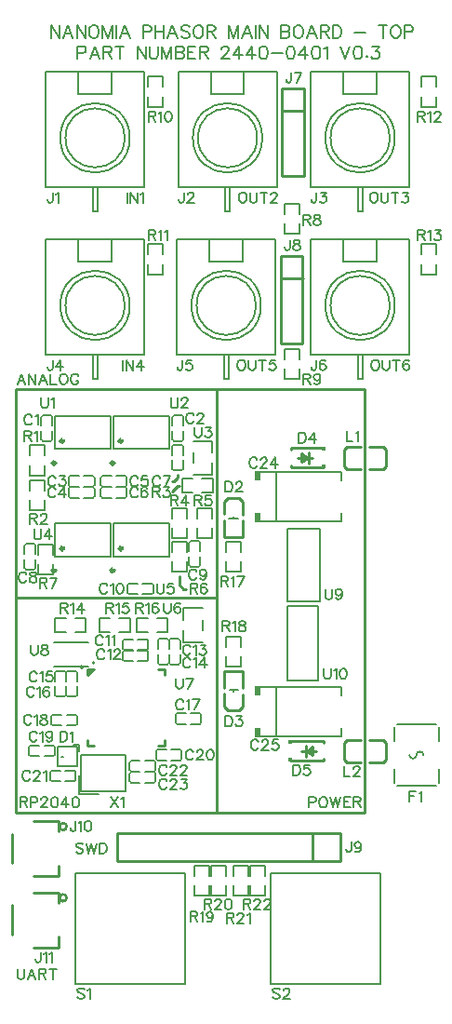
<source format=gto>
G04 Layer: TopSilkscreenLayer*
G04 EasyEDA v6.5.29, 2023-07-19 20:14:37*
G04 41db7a399fb243939f9e48431119433e,5a6b42c53f6a479593ecc07194224c93,10*
G04 Gerber Generator version 0.2*
G04 Scale: 100 percent, Rotated: No, Reflected: No *
G04 Dimensions in millimeters *
G04 leading zeros omitted , absolute positions ,4 integer and 5 decimal *
%FSLAX45Y45*%
%MOMM*%

%ADD10C,0.1524*%
%ADD11C,0.2032*%
%ADD12C,0.2540*%
%ADD13C,0.1520*%
%ADD14C,0.2030*%
%ADD15C,0.1270*%
%ADD16C,0.1999*%
%ADD17C,0.3000*%
%ADD18C,0.2000*%
%ADD19C,0.0106*%

%LPD*%
D10*
X-1795576Y2412237D02*
G01*
X-1795576Y2316734D01*
X-1765604Y2412237D02*
G01*
X-1765604Y2316734D01*
X-1765604Y2412237D02*
G01*
X-1701850Y2316734D01*
X-1701850Y2412237D02*
G01*
X-1701850Y2316734D01*
X-1671878Y2394204D02*
G01*
X-1662988Y2398776D01*
X-1649272Y2412237D01*
X-1649272Y2316734D01*
X-752424Y2412237D02*
G01*
X-761314Y2407665D01*
X-770458Y2398776D01*
X-775030Y2389631D01*
X-779602Y2375915D01*
X-779602Y2353310D01*
X-775030Y2339594D01*
X-770458Y2330450D01*
X-761314Y2321305D01*
X-752424Y2316734D01*
X-734136Y2316734D01*
X-724992Y2321305D01*
X-715848Y2330450D01*
X-711530Y2339594D01*
X-706958Y2353310D01*
X-706958Y2375915D01*
X-711530Y2389631D01*
X-715848Y2398776D01*
X-724992Y2407665D01*
X-734136Y2412237D01*
X-752424Y2412237D01*
X-676986Y2412237D02*
G01*
X-676986Y2344165D01*
X-672414Y2330450D01*
X-663270Y2321305D01*
X-649554Y2316734D01*
X-640410Y2316734D01*
X-626948Y2321305D01*
X-617804Y2330450D01*
X-613232Y2344165D01*
X-613232Y2412237D01*
X-551510Y2412237D02*
G01*
X-551510Y2316734D01*
X-583260Y2412237D02*
G01*
X-519506Y2412237D01*
X-484962Y2389631D02*
G01*
X-484962Y2394204D01*
X-480390Y2403094D01*
X-476072Y2407665D01*
X-466928Y2412237D01*
X-448640Y2412237D01*
X-439496Y2407665D01*
X-435178Y2403094D01*
X-430606Y2394204D01*
X-430606Y2385060D01*
X-435178Y2375915D01*
X-444068Y2362200D01*
X-489534Y2316734D01*
X-426034Y2316734D01*
X441375Y2412237D02*
G01*
X432485Y2407665D01*
X423341Y2398776D01*
X418769Y2389631D01*
X414197Y2375915D01*
X414197Y2353310D01*
X418769Y2339594D01*
X423341Y2330450D01*
X432485Y2321305D01*
X441375Y2316734D01*
X459663Y2316734D01*
X468807Y2321305D01*
X477951Y2330450D01*
X482269Y2339594D01*
X486841Y2353310D01*
X486841Y2375915D01*
X482269Y2389631D01*
X477951Y2398776D01*
X468807Y2407665D01*
X459663Y2412237D01*
X441375Y2412237D01*
X516813Y2412237D02*
G01*
X516813Y2344165D01*
X521385Y2330450D01*
X530529Y2321305D01*
X544245Y2316734D01*
X553389Y2316734D01*
X566851Y2321305D01*
X575995Y2330450D01*
X580567Y2344165D01*
X580567Y2412237D01*
X642289Y2412237D02*
G01*
X642289Y2316734D01*
X610539Y2412237D02*
G01*
X674293Y2412237D01*
X713409Y2412237D02*
G01*
X763193Y2412237D01*
X736015Y2375915D01*
X749731Y2375915D01*
X758621Y2371344D01*
X763193Y2366771D01*
X767765Y2353310D01*
X767765Y2344165D01*
X763193Y2330450D01*
X754303Y2321305D01*
X740587Y2316734D01*
X726871Y2316734D01*
X713409Y2321305D01*
X708837Y2325878D01*
X704265Y2335021D01*
X-1833702Y888237D02*
G01*
X-1833702Y792734D01*
X-1803730Y888237D02*
G01*
X-1803730Y792734D01*
X-1803730Y888237D02*
G01*
X-1739976Y792734D01*
X-1739976Y888237D02*
G01*
X-1739976Y792734D01*
X-1664538Y888237D02*
G01*
X-1710004Y824737D01*
X-1641932Y824737D01*
X-1664538Y888237D02*
G01*
X-1664538Y792734D01*
X-765124Y888237D02*
G01*
X-774014Y883665D01*
X-783158Y874776D01*
X-787730Y865631D01*
X-792302Y851915D01*
X-792302Y829310D01*
X-787730Y815594D01*
X-783158Y806450D01*
X-774014Y797305D01*
X-765124Y792734D01*
X-746836Y792734D01*
X-737692Y797305D01*
X-728548Y806450D01*
X-724230Y815594D01*
X-719658Y829310D01*
X-719658Y851915D01*
X-724230Y865631D01*
X-728548Y874776D01*
X-737692Y883665D01*
X-746836Y888237D01*
X-765124Y888237D01*
X-689686Y888237D02*
G01*
X-689686Y820165D01*
X-685114Y806450D01*
X-675970Y797305D01*
X-662254Y792734D01*
X-653110Y792734D01*
X-639648Y797305D01*
X-630504Y806450D01*
X-625932Y820165D01*
X-625932Y888237D01*
X-564210Y888237D02*
G01*
X-564210Y792734D01*
X-595960Y888237D02*
G01*
X-532206Y888237D01*
X-447878Y888237D02*
G01*
X-493090Y888237D01*
X-497662Y847344D01*
X-493090Y851915D01*
X-479628Y856487D01*
X-465912Y856487D01*
X-452196Y851915D01*
X-443306Y842771D01*
X-438734Y829310D01*
X-438734Y820165D01*
X-443306Y806450D01*
X-452196Y797305D01*
X-465912Y792734D01*
X-479628Y792734D01*
X-493090Y797305D01*
X-497662Y801878D01*
X-502234Y811021D01*
X454075Y888237D02*
G01*
X445185Y883665D01*
X436041Y874776D01*
X431469Y865631D01*
X426897Y851915D01*
X426897Y829310D01*
X431469Y815594D01*
X436041Y806450D01*
X445185Y797305D01*
X454075Y792734D01*
X472363Y792734D01*
X481507Y797305D01*
X490651Y806450D01*
X494969Y815594D01*
X499541Y829310D01*
X499541Y851915D01*
X494969Y865631D01*
X490651Y874776D01*
X481507Y883665D01*
X472363Y888237D01*
X454075Y888237D01*
X529513Y888237D02*
G01*
X529513Y820165D01*
X534085Y806450D01*
X543229Y797305D01*
X556945Y792734D01*
X566089Y792734D01*
X579551Y797305D01*
X588695Y806450D01*
X593267Y820165D01*
X593267Y888237D01*
X654989Y888237D02*
G01*
X654989Y792734D01*
X623239Y888237D02*
G01*
X686993Y888237D01*
X771321Y874776D02*
G01*
X767003Y883665D01*
X753287Y888237D01*
X744143Y888237D01*
X730427Y883665D01*
X721537Y870204D01*
X716965Y847344D01*
X716965Y824737D01*
X721537Y806450D01*
X730427Y797305D01*
X744143Y792734D01*
X748715Y792734D01*
X762431Y797305D01*
X771321Y806450D01*
X775893Y820165D01*
X775893Y824737D01*
X771321Y838200D01*
X762431Y847344D01*
X748715Y851915D01*
X744143Y851915D01*
X730427Y847344D01*
X721537Y838200D01*
X716965Y824737D01*
X-2196843Y-3519632D02*
G01*
X-2205987Y-3510488D01*
X-2219703Y-3505916D01*
X-2237991Y-3505916D01*
X-2251453Y-3510488D01*
X-2260597Y-3519632D01*
X-2260597Y-3528522D01*
X-2256025Y-3537666D01*
X-2251453Y-3542238D01*
X-2242309Y-3546810D01*
X-2215131Y-3555954D01*
X-2205987Y-3560526D01*
X-2201415Y-3565098D01*
X-2196843Y-3573988D01*
X-2196843Y-3587704D01*
X-2205987Y-3596848D01*
X-2219703Y-3601420D01*
X-2237991Y-3601420D01*
X-2251453Y-3596848D01*
X-2260597Y-3587704D01*
X-2166871Y-3505916D02*
G01*
X-2144265Y-3601420D01*
X-2121405Y-3505916D02*
G01*
X-2144265Y-3601420D01*
X-2121405Y-3505916D02*
G01*
X-2098799Y-3601420D01*
X-2075939Y-3505916D02*
G01*
X-2098799Y-3601420D01*
X-2045967Y-3505916D02*
G01*
X-2045967Y-3601420D01*
X-2045967Y-3505916D02*
G01*
X-2014217Y-3505916D01*
X-2000501Y-3510488D01*
X-1991611Y-3519632D01*
X-1987039Y-3528522D01*
X-1982467Y-3542238D01*
X-1982467Y-3565098D01*
X-1987039Y-3578560D01*
X-1991611Y-3587704D01*
X-2000501Y-3596848D01*
X-2014217Y-3601420D01*
X-2045967Y-3601420D01*
X-2793997Y-4648916D02*
G01*
X-2793997Y-4716988D01*
X-2789425Y-4730704D01*
X-2780281Y-4739848D01*
X-2766819Y-4744420D01*
X-2757675Y-4744420D01*
X-2743959Y-4739848D01*
X-2734815Y-4730704D01*
X-2730243Y-4716988D01*
X-2730243Y-4648916D01*
X-2663949Y-4648916D02*
G01*
X-2700271Y-4744420D01*
X-2663949Y-4648916D02*
G01*
X-2627627Y-4744420D01*
X-2686809Y-4712416D02*
G01*
X-2641343Y-4712416D01*
X-2597655Y-4648916D02*
G01*
X-2597655Y-4744420D01*
X-2597655Y-4648916D02*
G01*
X-2556761Y-4648916D01*
X-2543045Y-4653488D01*
X-2538473Y-4658060D01*
X-2533901Y-4666950D01*
X-2533901Y-4676094D01*
X-2538473Y-4685238D01*
X-2543045Y-4689810D01*
X-2556761Y-4694382D01*
X-2597655Y-4694382D01*
X-2565905Y-4694382D02*
G01*
X-2533901Y-4744420D01*
X-2472179Y-4648916D02*
G01*
X-2472179Y-4744420D01*
X-2503929Y-4648916D02*
G01*
X-2440429Y-4648916D01*
X-2768676Y-3086862D02*
G01*
X-2768676Y-3182365D01*
X-2768676Y-3086862D02*
G01*
X-2727782Y-3086862D01*
X-2714066Y-3091434D01*
X-2709494Y-3096005D01*
X-2704922Y-3104895D01*
X-2704922Y-3114039D01*
X-2709494Y-3123184D01*
X-2714066Y-3127755D01*
X-2727782Y-3132328D01*
X-2768676Y-3132328D01*
X-2736672Y-3132328D02*
G01*
X-2704922Y-3182365D01*
X-2674950Y-3086862D02*
G01*
X-2674950Y-3182365D01*
X-2674950Y-3086862D02*
G01*
X-2634056Y-3086862D01*
X-2620340Y-3091434D01*
X-2615768Y-3096005D01*
X-2611450Y-3104895D01*
X-2611450Y-3118612D01*
X-2615768Y-3127755D01*
X-2620340Y-3132328D01*
X-2634056Y-3136900D01*
X-2674950Y-3136900D01*
X-2576906Y-3109468D02*
G01*
X-2576906Y-3104895D01*
X-2572334Y-3096005D01*
X-2567762Y-3091434D01*
X-2558618Y-3086862D01*
X-2540330Y-3086862D01*
X-2531440Y-3091434D01*
X-2526868Y-3096005D01*
X-2522296Y-3104895D01*
X-2522296Y-3114039D01*
X-2526868Y-3123184D01*
X-2535758Y-3136900D01*
X-2581224Y-3182365D01*
X-2517724Y-3182365D01*
X-2460320Y-3086862D02*
G01*
X-2474036Y-3091434D01*
X-2483180Y-3104895D01*
X-2487752Y-3127755D01*
X-2487752Y-3141218D01*
X-2483180Y-3164078D01*
X-2474036Y-3177794D01*
X-2460320Y-3182365D01*
X-2451430Y-3182365D01*
X-2437714Y-3177794D01*
X-2428570Y-3164078D01*
X-2423998Y-3141218D01*
X-2423998Y-3127755D01*
X-2428570Y-3104895D01*
X-2437714Y-3091434D01*
X-2451430Y-3086862D01*
X-2460320Y-3086862D01*
X-2348560Y-3086862D02*
G01*
X-2394026Y-3150362D01*
X-2325954Y-3150362D01*
X-2348560Y-3086862D02*
G01*
X-2348560Y-3182365D01*
X-2268550Y-3086862D02*
G01*
X-2282266Y-3091434D01*
X-2291410Y-3104895D01*
X-2295982Y-3127755D01*
X-2295982Y-3141218D01*
X-2291410Y-3164078D01*
X-2282266Y-3177794D01*
X-2268550Y-3182365D01*
X-2259406Y-3182365D01*
X-2245944Y-3177794D01*
X-2236800Y-3164078D01*
X-2232228Y-3141218D01*
X-2232228Y-3127755D01*
X-2236800Y-3104895D01*
X-2245944Y-3091434D01*
X-2259406Y-3086862D01*
X-2268550Y-3086862D01*
X-139776Y-3086862D02*
G01*
X-139776Y-3182365D01*
X-139776Y-3086862D02*
G01*
X-98882Y-3086862D01*
X-85166Y-3091434D01*
X-80594Y-3096005D01*
X-76022Y-3104895D01*
X-76022Y-3118612D01*
X-80594Y-3127755D01*
X-85166Y-3132328D01*
X-98882Y-3136900D01*
X-139776Y-3136900D01*
X-18872Y-3086862D02*
G01*
X-27762Y-3091434D01*
X-36906Y-3100323D01*
X-41478Y-3109468D01*
X-46050Y-3123184D01*
X-46050Y-3145789D01*
X-41478Y-3159505D01*
X-36906Y-3168650D01*
X-27762Y-3177794D01*
X-18872Y-3182365D01*
X-584Y-3182365D01*
X8559Y-3177794D01*
X17449Y-3168650D01*
X22021Y-3159505D01*
X26593Y-3145789D01*
X26593Y-3123184D01*
X22021Y-3109468D01*
X17449Y-3100323D01*
X8559Y-3091434D01*
X-584Y-3086862D01*
X-18872Y-3086862D01*
X56565Y-3086862D02*
G01*
X79425Y-3182365D01*
X102031Y-3086862D02*
G01*
X79425Y-3182365D01*
X102031Y-3086862D02*
G01*
X124891Y-3182365D01*
X147497Y-3086862D02*
G01*
X124891Y-3182365D01*
X177469Y-3086862D02*
G01*
X177469Y-3182365D01*
X177469Y-3086862D02*
G01*
X236651Y-3086862D01*
X177469Y-3132328D02*
G01*
X214045Y-3132328D01*
X177469Y-3182365D02*
G01*
X236651Y-3182365D01*
X266623Y-3086862D02*
G01*
X266623Y-3182365D01*
X266623Y-3086862D02*
G01*
X307517Y-3086862D01*
X321233Y-3091434D01*
X325805Y-3096005D01*
X330377Y-3104895D01*
X330377Y-3114039D01*
X325805Y-3123184D01*
X321233Y-3127755D01*
X307517Y-3132328D01*
X266623Y-3132328D01*
X298373Y-3132328D02*
G01*
X330377Y-3182365D01*
X-2757754Y761237D02*
G01*
X-2794076Y665734D01*
X-2757754Y761237D02*
G01*
X-2721178Y665734D01*
X-2780360Y697737D02*
G01*
X-2734894Y697737D01*
X-2691206Y761237D02*
G01*
X-2691206Y665734D01*
X-2691206Y761237D02*
G01*
X-2627706Y665734D01*
X-2627706Y761237D02*
G01*
X-2627706Y665734D01*
X-2561158Y761237D02*
G01*
X-2597734Y665734D01*
X-2561158Y761237D02*
G01*
X-2524836Y665734D01*
X-2584018Y697737D02*
G01*
X-2538552Y697737D01*
X-2494864Y761237D02*
G01*
X-2494864Y665734D01*
X-2494864Y665734D02*
G01*
X-2440254Y665734D01*
X-2383104Y761237D02*
G01*
X-2392248Y756665D01*
X-2401392Y747776D01*
X-2405710Y738631D01*
X-2410282Y724915D01*
X-2410282Y702310D01*
X-2405710Y688594D01*
X-2401392Y679450D01*
X-2392248Y670305D01*
X-2383104Y665734D01*
X-2364816Y665734D01*
X-2355926Y670305D01*
X-2346782Y679450D01*
X-2342210Y688594D01*
X-2337638Y702310D01*
X-2337638Y724915D01*
X-2342210Y738631D01*
X-2346782Y747776D01*
X-2355926Y756665D01*
X-2364816Y761237D01*
X-2383104Y761237D01*
X-2239340Y738631D02*
G01*
X-2243912Y747776D01*
X-2253056Y756665D01*
X-2262200Y761237D01*
X-2280488Y761237D01*
X-2289378Y756665D01*
X-2298522Y747776D01*
X-2303094Y738631D01*
X-2307666Y724915D01*
X-2307666Y702310D01*
X-2303094Y688594D01*
X-2298522Y679450D01*
X-2289378Y670305D01*
X-2280488Y665734D01*
X-2262200Y665734D01*
X-2253056Y670305D01*
X-2243912Y679450D01*
X-2239340Y688594D01*
X-2239340Y702310D01*
X-2262200Y702310D02*
G01*
X-2239340Y702310D01*
D11*
X-2489276Y3931157D02*
G01*
X-2489276Y3816604D01*
X-2489276Y3931157D02*
G01*
X-2412822Y3816604D01*
X-2412822Y3931157D02*
G01*
X-2412822Y3816604D01*
X-2333320Y3931157D02*
G01*
X-2376754Y3816604D01*
X-2333320Y3931157D02*
G01*
X-2289632Y3816604D01*
X-2360498Y3854704D02*
G01*
X-2305888Y3854704D01*
X-2253564Y3931157D02*
G01*
X-2253564Y3816604D01*
X-2253564Y3931157D02*
G01*
X-2177110Y3816604D01*
X-2177110Y3931157D02*
G01*
X-2177110Y3816604D01*
X-2108530Y3931157D02*
G01*
X-2119452Y3925570D01*
X-2130374Y3914647D01*
X-2135708Y3903726D01*
X-2141296Y3887470D01*
X-2141296Y3860292D01*
X-2135708Y3843781D01*
X-2130374Y3832860D01*
X-2119452Y3821937D01*
X-2108530Y3816604D01*
X-2086686Y3816604D01*
X-2075764Y3821937D01*
X-2064842Y3832860D01*
X-2059508Y3843781D01*
X-2053920Y3860292D01*
X-2053920Y3887470D01*
X-2059508Y3903726D01*
X-2064842Y3914647D01*
X-2075764Y3925570D01*
X-2086686Y3931157D01*
X-2108530Y3931157D01*
X-2017852Y3931157D02*
G01*
X-2017852Y3816604D01*
X-2017852Y3931157D02*
G01*
X-1974418Y3816604D01*
X-1930730Y3931157D02*
G01*
X-1974418Y3816604D01*
X-1930730Y3931157D02*
G01*
X-1930730Y3816604D01*
X-1894662Y3931157D02*
G01*
X-1894662Y3816604D01*
X-1814906Y3931157D02*
G01*
X-1858594Y3816604D01*
X-1814906Y3931157D02*
G01*
X-1771472Y3816604D01*
X-1842338Y3854704D02*
G01*
X-1787728Y3854704D01*
X-1651330Y3931157D02*
G01*
X-1651330Y3816604D01*
X-1651330Y3931157D02*
G01*
X-1602308Y3931157D01*
X-1586052Y3925570D01*
X-1580464Y3920236D01*
X-1575130Y3909313D01*
X-1575130Y3892804D01*
X-1580464Y3881881D01*
X-1586052Y3876547D01*
X-1602308Y3871213D01*
X-1651330Y3871213D01*
X-1539062Y3931157D02*
G01*
X-1539062Y3816604D01*
X-1462608Y3931157D02*
G01*
X-1462608Y3816604D01*
X-1539062Y3876547D02*
G01*
X-1462608Y3876547D01*
X-1383106Y3931157D02*
G01*
X-1426540Y3816604D01*
X-1383106Y3931157D02*
G01*
X-1339418Y3816604D01*
X-1410284Y3854704D02*
G01*
X-1355674Y3854704D01*
X-1226896Y3914647D02*
G01*
X-1237818Y3925570D01*
X-1254328Y3931157D01*
X-1276172Y3931157D01*
X-1292428Y3925570D01*
X-1303350Y3914647D01*
X-1303350Y3903726D01*
X-1298016Y3892804D01*
X-1292428Y3887470D01*
X-1281506Y3881881D01*
X-1248740Y3871213D01*
X-1237818Y3865626D01*
X-1232484Y3860292D01*
X-1226896Y3849370D01*
X-1226896Y3832860D01*
X-1237818Y3821937D01*
X-1254328Y3816604D01*
X-1276172Y3816604D01*
X-1292428Y3821937D01*
X-1303350Y3832860D01*
X-1158316Y3931157D02*
G01*
X-1169238Y3925570D01*
X-1180160Y3914647D01*
X-1185494Y3903726D01*
X-1191082Y3887470D01*
X-1191082Y3860292D01*
X-1185494Y3843781D01*
X-1180160Y3832860D01*
X-1169238Y3821937D01*
X-1158316Y3816604D01*
X-1136472Y3816604D01*
X-1125550Y3821937D01*
X-1114628Y3832860D01*
X-1109294Y3843781D01*
X-1103706Y3860292D01*
X-1103706Y3887470D01*
X-1109294Y3903726D01*
X-1114628Y3914647D01*
X-1125550Y3925570D01*
X-1136472Y3931157D01*
X-1158316Y3931157D01*
X-1067638Y3931157D02*
G01*
X-1067638Y3816604D01*
X-1067638Y3931157D02*
G01*
X-1018616Y3931157D01*
X-1002360Y3925570D01*
X-996772Y3920236D01*
X-991438Y3909313D01*
X-991438Y3898392D01*
X-996772Y3887470D01*
X-1002360Y3881881D01*
X-1018616Y3876547D01*
X-1067638Y3876547D01*
X-1029538Y3876547D02*
G01*
X-991438Y3816604D01*
X-871296Y3931157D02*
G01*
X-871296Y3816604D01*
X-871296Y3931157D02*
G01*
X-827862Y3816604D01*
X-784174Y3931157D02*
G01*
X-827862Y3816604D01*
X-784174Y3931157D02*
G01*
X-784174Y3816604D01*
X-704418Y3931157D02*
G01*
X-748106Y3816604D01*
X-704418Y3931157D02*
G01*
X-660730Y3816604D01*
X-731850Y3854704D02*
G01*
X-677240Y3854704D01*
X-624916Y3931157D02*
G01*
X-624916Y3816604D01*
X-588848Y3931157D02*
G01*
X-588848Y3816604D01*
X-588848Y3931157D02*
G01*
X-512394Y3816604D01*
X-512394Y3931157D02*
G01*
X-512394Y3816604D01*
X-392506Y3931157D02*
G01*
X-392506Y3816604D01*
X-392506Y3931157D02*
G01*
X-343484Y3931157D01*
X-326974Y3925570D01*
X-321640Y3920236D01*
X-316052Y3909313D01*
X-316052Y3898392D01*
X-321640Y3887470D01*
X-326974Y3881881D01*
X-343484Y3876547D01*
X-392506Y3876547D02*
G01*
X-343484Y3876547D01*
X-326974Y3871213D01*
X-321640Y3865626D01*
X-316052Y3854704D01*
X-316052Y3838447D01*
X-321640Y3827526D01*
X-326974Y3821937D01*
X-343484Y3816604D01*
X-392506Y3816604D01*
X-247472Y3931157D02*
G01*
X-258394Y3925570D01*
X-269316Y3914647D01*
X-274650Y3903726D01*
X-280238Y3887470D01*
X-280238Y3860292D01*
X-274650Y3843781D01*
X-269316Y3832860D01*
X-258394Y3821937D01*
X-247472Y3816604D01*
X-225628Y3816604D01*
X-214706Y3821937D01*
X-203784Y3832860D01*
X-198196Y3843781D01*
X-192862Y3860292D01*
X-192862Y3887470D01*
X-198196Y3903726D01*
X-203784Y3914647D01*
X-214706Y3925570D01*
X-225628Y3931157D01*
X-247472Y3931157D01*
X-113106Y3931157D02*
G01*
X-156794Y3816604D01*
X-113106Y3931157D02*
G01*
X-69672Y3816604D01*
X-140538Y3854704D02*
G01*
X-85928Y3854704D01*
X-33604Y3931157D02*
G01*
X-33604Y3816604D01*
X-33604Y3931157D02*
G01*
X15417Y3931157D01*
X31927Y3925570D01*
X37261Y3920236D01*
X42849Y3909313D01*
X42849Y3898392D01*
X37261Y3887470D01*
X31927Y3881881D01*
X15417Y3876547D01*
X-33604Y3876547D01*
X4495Y3876547D02*
G01*
X42849Y3816604D01*
X78917Y3931157D02*
G01*
X78917Y3816604D01*
X78917Y3931157D02*
G01*
X117017Y3931157D01*
X133273Y3925570D01*
X144195Y3914647D01*
X149783Y3903726D01*
X155117Y3887470D01*
X155117Y3860292D01*
X149783Y3843781D01*
X144195Y3832860D01*
X133273Y3821937D01*
X117017Y3816604D01*
X78917Y3816604D01*
X275259Y3865626D02*
G01*
X373303Y3865626D01*
X531545Y3931157D02*
G01*
X531545Y3816604D01*
X493445Y3931157D02*
G01*
X569645Y3931157D01*
X638479Y3931157D02*
G01*
X627557Y3925570D01*
X616635Y3914647D01*
X611047Y3903726D01*
X605713Y3887470D01*
X605713Y3860292D01*
X611047Y3843781D01*
X616635Y3832860D01*
X627557Y3821937D01*
X638479Y3816604D01*
X660323Y3816604D01*
X671245Y3821937D01*
X682167Y3832860D01*
X687501Y3843781D01*
X693089Y3860292D01*
X693089Y3887470D01*
X687501Y3903726D01*
X682167Y3914647D01*
X671245Y3925570D01*
X660323Y3931157D01*
X638479Y3931157D01*
X728903Y3931157D02*
G01*
X728903Y3816604D01*
X728903Y3931157D02*
G01*
X778179Y3931157D01*
X794435Y3925570D01*
X799769Y3920236D01*
X805357Y3909313D01*
X805357Y3892804D01*
X799769Y3881881D01*
X794435Y3876547D01*
X778179Y3871213D01*
X728903Y3871213D01*
X-2247976Y3740657D02*
G01*
X-2247976Y3626104D01*
X-2247976Y3740657D02*
G01*
X-2198700Y3740657D01*
X-2182444Y3735070D01*
X-2177110Y3729736D01*
X-2171522Y3718813D01*
X-2171522Y3702304D01*
X-2177110Y3691381D01*
X-2182444Y3686047D01*
X-2198700Y3680713D01*
X-2247976Y3680713D01*
X-2092020Y3740657D02*
G01*
X-2135454Y3626104D01*
X-2092020Y3740657D02*
G01*
X-2048332Y3626104D01*
X-2119198Y3664204D02*
G01*
X-2064588Y3664204D01*
X-2012264Y3740657D02*
G01*
X-2012264Y3626104D01*
X-2012264Y3740657D02*
G01*
X-1963242Y3740657D01*
X-1946732Y3735070D01*
X-1941398Y3729736D01*
X-1935810Y3718813D01*
X-1935810Y3707892D01*
X-1941398Y3696970D01*
X-1946732Y3691381D01*
X-1963242Y3686047D01*
X-2012264Y3686047D01*
X-1974164Y3686047D02*
G01*
X-1935810Y3626104D01*
X-1861642Y3740657D02*
G01*
X-1861642Y3626104D01*
X-1899996Y3740657D02*
G01*
X-1823542Y3740657D01*
X-1703654Y3740657D02*
G01*
X-1703654Y3626104D01*
X-1703654Y3740657D02*
G01*
X-1627200Y3626104D01*
X-1627200Y3740657D02*
G01*
X-1627200Y3626104D01*
X-1591132Y3740657D02*
G01*
X-1591132Y3658870D01*
X-1585798Y3642360D01*
X-1574876Y3631437D01*
X-1558366Y3626104D01*
X-1547444Y3626104D01*
X-1531188Y3631437D01*
X-1520266Y3642360D01*
X-1514932Y3658870D01*
X-1514932Y3740657D01*
X-1478864Y3740657D02*
G01*
X-1478864Y3626104D01*
X-1478864Y3740657D02*
G01*
X-1435176Y3626104D01*
X-1391488Y3740657D02*
G01*
X-1435176Y3626104D01*
X-1391488Y3740657D02*
G01*
X-1391488Y3626104D01*
X-1355420Y3740657D02*
G01*
X-1355420Y3626104D01*
X-1355420Y3740657D02*
G01*
X-1306398Y3740657D01*
X-1290142Y3735070D01*
X-1284554Y3729736D01*
X-1279220Y3718813D01*
X-1279220Y3707892D01*
X-1284554Y3696970D01*
X-1290142Y3691381D01*
X-1306398Y3686047D01*
X-1355420Y3686047D02*
G01*
X-1306398Y3686047D01*
X-1290142Y3680713D01*
X-1284554Y3675126D01*
X-1279220Y3664204D01*
X-1279220Y3647947D01*
X-1284554Y3637026D01*
X-1290142Y3631437D01*
X-1306398Y3626104D01*
X-1355420Y3626104D01*
X-1243152Y3740657D02*
G01*
X-1243152Y3626104D01*
X-1243152Y3740657D02*
G01*
X-1172286Y3740657D01*
X-1243152Y3686047D02*
G01*
X-1199464Y3686047D01*
X-1243152Y3626104D02*
G01*
X-1172286Y3626104D01*
X-1136218Y3740657D02*
G01*
X-1136218Y3626104D01*
X-1136218Y3740657D02*
G01*
X-1087196Y3740657D01*
X-1070686Y3735070D01*
X-1065352Y3729736D01*
X-1060018Y3718813D01*
X-1060018Y3707892D01*
X-1065352Y3696970D01*
X-1070686Y3691381D01*
X-1087196Y3686047D01*
X-1136218Y3686047D01*
X-1098118Y3686047D02*
G01*
X-1060018Y3626104D01*
X-934542Y3713226D02*
G01*
X-934542Y3718813D01*
X-928954Y3729736D01*
X-923620Y3735070D01*
X-912698Y3740657D01*
X-890854Y3740657D01*
X-879932Y3735070D01*
X-874344Y3729736D01*
X-869010Y3718813D01*
X-869010Y3707892D01*
X-874344Y3696970D01*
X-885266Y3680713D01*
X-939876Y3626104D01*
X-863422Y3626104D01*
X-772998Y3740657D02*
G01*
X-827608Y3664204D01*
X-745820Y3664204D01*
X-772998Y3740657D02*
G01*
X-772998Y3626104D01*
X-655142Y3740657D02*
G01*
X-709752Y3664204D01*
X-627964Y3664204D01*
X-655142Y3740657D02*
G01*
X-655142Y3626104D01*
X-559130Y3740657D02*
G01*
X-575640Y3735070D01*
X-586562Y3718813D01*
X-591896Y3691381D01*
X-591896Y3675126D01*
X-586562Y3647947D01*
X-575640Y3631437D01*
X-559130Y3626104D01*
X-548208Y3626104D01*
X-531952Y3631437D01*
X-521030Y3647947D01*
X-515442Y3675126D01*
X-515442Y3691381D01*
X-521030Y3718813D01*
X-531952Y3735070D01*
X-548208Y3740657D01*
X-559130Y3740657D01*
X-479628Y3675126D02*
G01*
X-381330Y3675126D01*
X-312750Y3740657D02*
G01*
X-329006Y3735070D01*
X-339928Y3718813D01*
X-345262Y3691381D01*
X-345262Y3675126D01*
X-339928Y3647947D01*
X-329006Y3631437D01*
X-312750Y3626104D01*
X-301828Y3626104D01*
X-285318Y3631437D01*
X-274396Y3647947D01*
X-269062Y3675126D01*
X-269062Y3691381D01*
X-274396Y3718813D01*
X-285318Y3735070D01*
X-301828Y3740657D01*
X-312750Y3740657D01*
X-178384Y3740657D02*
G01*
X-232994Y3664204D01*
X-151206Y3664204D01*
X-178384Y3740657D02*
G01*
X-178384Y3626104D01*
X-82372Y3740657D02*
G01*
X-98882Y3735070D01*
X-109804Y3718813D01*
X-115138Y3691381D01*
X-115138Y3675126D01*
X-109804Y3647947D01*
X-98882Y3631437D01*
X-82372Y3626104D01*
X-71450Y3626104D01*
X-55194Y3631437D01*
X-44272Y3647947D01*
X-38938Y3675126D01*
X-38938Y3691381D01*
X-44272Y3718813D01*
X-55194Y3735070D01*
X-71450Y3740657D01*
X-82372Y3740657D01*
X-2870Y3718813D02*
G01*
X8051Y3724147D01*
X24561Y3740657D01*
X24561Y3626104D01*
X144449Y3740657D02*
G01*
X188137Y3626104D01*
X231825Y3740657D02*
G01*
X188137Y3626104D01*
X300405Y3740657D02*
G01*
X284149Y3735070D01*
X273227Y3718813D01*
X267639Y3691381D01*
X267639Y3675126D01*
X273227Y3647947D01*
X284149Y3631437D01*
X300405Y3626104D01*
X311327Y3626104D01*
X327837Y3631437D01*
X338759Y3647947D01*
X344093Y3675126D01*
X344093Y3691381D01*
X338759Y3718813D01*
X327837Y3735070D01*
X311327Y3740657D01*
X300405Y3740657D01*
X385495Y3653281D02*
G01*
X380161Y3647947D01*
X385495Y3642360D01*
X391083Y3647947D01*
X385495Y3653281D01*
X437819Y3740657D02*
G01*
X498017Y3740657D01*
X465251Y3696970D01*
X481507Y3696970D01*
X492429Y3691381D01*
X498017Y3686047D01*
X503351Y3669792D01*
X503351Y3658870D01*
X498017Y3642360D01*
X487095Y3631437D01*
X470585Y3626104D01*
X454329Y3626104D01*
X437819Y3631437D01*
X432485Y3637026D01*
X426897Y3647947D01*
D10*
X774801Y-3036062D02*
G01*
X774801Y-3131565D01*
X774801Y-3036062D02*
G01*
X833729Y-3036062D01*
X774801Y-3081528D02*
G01*
X811123Y-3081528D01*
X863701Y-3054095D02*
G01*
X872845Y-3049523D01*
X886561Y-3036062D01*
X886561Y-3131565D01*
X-1219281Y-4128262D02*
G01*
X-1219281Y-4223765D01*
X-1219281Y-4128262D02*
G01*
X-1178382Y-4128262D01*
X-1164666Y-4132834D01*
X-1160096Y-4137405D01*
X-1155527Y-4146295D01*
X-1155527Y-4155439D01*
X-1160096Y-4164584D01*
X-1164666Y-4169155D01*
X-1178382Y-4173728D01*
X-1219281Y-4173728D01*
X-1187277Y-4173728D02*
G01*
X-1155527Y-4223765D01*
X-1125550Y-4146295D02*
G01*
X-1116411Y-4141723D01*
X-1102946Y-4128262D01*
X-1102946Y-4223765D01*
X-1013795Y-4160012D02*
G01*
X-1018364Y-4173728D01*
X-1027511Y-4182618D01*
X-1040968Y-4187189D01*
X-1045545Y-4187189D01*
X-1059261Y-4182618D01*
X-1068400Y-4173728D01*
X-1072718Y-4160012D01*
X-1072718Y-4155439D01*
X-1068400Y-4141723D01*
X-1059261Y-4132834D01*
X-1045545Y-4128262D01*
X-1040968Y-4128262D01*
X-1027511Y-4132834D01*
X-1018364Y-4141723D01*
X-1013795Y-4160012D01*
X-1013795Y-4182618D01*
X-1018364Y-4205478D01*
X-1027511Y-4219194D01*
X-1040968Y-4223765D01*
X-1050114Y-4223765D01*
X-1063830Y-4219194D01*
X-1068400Y-4210050D01*
X-1092276Y-4013962D02*
G01*
X-1092276Y-4109465D01*
X-1092276Y-4013962D02*
G01*
X-1051382Y-4013962D01*
X-1037666Y-4018534D01*
X-1033094Y-4023105D01*
X-1028522Y-4031995D01*
X-1028522Y-4041139D01*
X-1033094Y-4050284D01*
X-1037666Y-4054855D01*
X-1051382Y-4059428D01*
X-1092276Y-4059428D01*
X-1060272Y-4059428D02*
G01*
X-1028522Y-4109465D01*
X-993978Y-4036568D02*
G01*
X-993978Y-4031995D01*
X-989406Y-4023105D01*
X-984834Y-4018534D01*
X-975944Y-4013962D01*
X-957656Y-4013962D01*
X-948512Y-4018534D01*
X-943940Y-4023105D01*
X-939368Y-4031995D01*
X-939368Y-4041139D01*
X-943940Y-4050284D01*
X-953084Y-4064000D01*
X-998550Y-4109465D01*
X-935050Y-4109465D01*
X-877646Y-4013962D02*
G01*
X-891362Y-4018534D01*
X-900506Y-4031995D01*
X-904824Y-4054855D01*
X-904824Y-4068318D01*
X-900506Y-4091178D01*
X-891362Y-4104894D01*
X-877646Y-4109465D01*
X-868502Y-4109465D01*
X-855040Y-4104894D01*
X-845896Y-4091178D01*
X-841324Y-4068318D01*
X-841324Y-4054855D01*
X-845896Y-4031995D01*
X-855040Y-4018534D01*
X-868502Y-4013962D01*
X-877646Y-4013962D01*
X-736676Y-4013962D02*
G01*
X-736676Y-4109465D01*
X-736676Y-4013962D02*
G01*
X-695782Y-4013962D01*
X-682066Y-4018534D01*
X-677494Y-4023105D01*
X-672922Y-4031995D01*
X-672922Y-4041139D01*
X-677494Y-4050284D01*
X-682066Y-4054855D01*
X-695782Y-4059428D01*
X-736676Y-4059428D01*
X-704672Y-4059428D02*
G01*
X-672922Y-4109465D01*
X-638378Y-4036568D02*
G01*
X-638378Y-4031995D01*
X-633806Y-4023105D01*
X-629234Y-4018534D01*
X-620344Y-4013962D01*
X-602056Y-4013962D01*
X-592912Y-4018534D01*
X-588340Y-4023105D01*
X-583768Y-4031995D01*
X-583768Y-4041139D01*
X-588340Y-4050284D01*
X-597484Y-4064000D01*
X-642950Y-4109465D01*
X-579450Y-4109465D01*
X-544906Y-4036568D02*
G01*
X-544906Y-4031995D01*
X-540334Y-4023105D01*
X-535762Y-4018534D01*
X-526618Y-4013962D01*
X-508330Y-4013962D01*
X-499440Y-4018534D01*
X-494868Y-4023105D01*
X-490296Y-4031995D01*
X-490296Y-4041139D01*
X-494868Y-4050284D01*
X-503758Y-4064000D01*
X-549224Y-4109465D01*
X-485724Y-4109465D01*
X-889076Y-4140962D02*
G01*
X-889076Y-4236465D01*
X-889076Y-4140962D02*
G01*
X-848182Y-4140962D01*
X-834466Y-4145534D01*
X-829894Y-4150105D01*
X-825322Y-4158995D01*
X-825322Y-4168139D01*
X-829894Y-4177284D01*
X-834466Y-4181855D01*
X-848182Y-4186428D01*
X-889076Y-4186428D01*
X-857072Y-4186428D02*
G01*
X-825322Y-4236465D01*
X-790778Y-4163568D02*
G01*
X-790778Y-4158995D01*
X-786206Y-4150105D01*
X-781634Y-4145534D01*
X-772744Y-4140962D01*
X-754456Y-4140962D01*
X-745312Y-4145534D01*
X-740740Y-4150105D01*
X-736168Y-4158995D01*
X-736168Y-4168139D01*
X-740740Y-4177284D01*
X-749884Y-4191000D01*
X-795350Y-4236465D01*
X-731850Y-4236465D01*
X-701624Y-4158995D02*
G01*
X-692734Y-4154423D01*
X-679018Y-4140962D01*
X-679018Y-4236465D01*
X-190576Y761237D02*
G01*
X-190576Y665734D01*
X-190576Y761237D02*
G01*
X-149682Y761237D01*
X-135966Y756665D01*
X-131394Y752094D01*
X-126822Y743204D01*
X-126822Y734060D01*
X-131394Y724915D01*
X-135966Y720344D01*
X-149682Y715771D01*
X-190576Y715771D01*
X-158572Y715771D02*
G01*
X-126822Y665734D01*
X-37668Y729487D02*
G01*
X-42240Y715771D01*
X-51384Y706881D01*
X-65100Y702310D01*
X-69672Y702310D01*
X-83134Y706881D01*
X-92278Y715771D01*
X-96850Y729487D01*
X-96850Y734060D01*
X-92278Y747776D01*
X-83134Y756665D01*
X-69672Y761237D01*
X-65100Y761237D01*
X-51384Y756665D01*
X-42240Y747776D01*
X-37668Y729487D01*
X-37668Y706881D01*
X-42240Y684021D01*
X-51384Y670305D01*
X-65100Y665734D01*
X-74244Y665734D01*
X-87706Y670305D01*
X-92278Y679450D01*
X-190576Y2209037D02*
G01*
X-190576Y2113534D01*
X-190576Y2209037D02*
G01*
X-149682Y2209037D01*
X-135966Y2204465D01*
X-131394Y2199894D01*
X-126822Y2191004D01*
X-126822Y2181860D01*
X-131394Y2172715D01*
X-135966Y2168144D01*
X-149682Y2163571D01*
X-190576Y2163571D01*
X-158572Y2163571D02*
G01*
X-126822Y2113534D01*
X-74244Y2209037D02*
G01*
X-87706Y2204465D01*
X-92278Y2195576D01*
X-92278Y2186431D01*
X-87706Y2177287D01*
X-78562Y2172715D01*
X-60528Y2168144D01*
X-46812Y2163571D01*
X-37668Y2154681D01*
X-33350Y2145537D01*
X-33350Y2131821D01*
X-37668Y2122678D01*
X-42240Y2118105D01*
X-55956Y2113534D01*
X-74244Y2113534D01*
X-87706Y2118105D01*
X-92278Y2122678D01*
X-96850Y2131821D01*
X-96850Y2145537D01*
X-92278Y2154681D01*
X-83134Y2163571D01*
X-69672Y2168144D01*
X-51384Y2172715D01*
X-42240Y2177287D01*
X-37668Y2186431D01*
X-37668Y2195576D01*
X-42240Y2204465D01*
X-55956Y2209037D01*
X-74244Y2209037D01*
X-1697050Y-188468D02*
G01*
X-1701622Y-179323D01*
X-1710766Y-170434D01*
X-1719910Y-165862D01*
X-1737944Y-165862D01*
X-1747088Y-170434D01*
X-1756232Y-179323D01*
X-1760804Y-188468D01*
X-1765376Y-202184D01*
X-1765376Y-224789D01*
X-1760804Y-238505D01*
X-1756232Y-247650D01*
X-1747088Y-256794D01*
X-1737944Y-261365D01*
X-1719910Y-261365D01*
X-1710766Y-256794D01*
X-1701622Y-247650D01*
X-1697050Y-238505D01*
X-1612468Y-165862D02*
G01*
X-1657934Y-165862D01*
X-1662506Y-206755D01*
X-1657934Y-202184D01*
X-1644472Y-197612D01*
X-1630756Y-197612D01*
X-1617040Y-202184D01*
X-1608150Y-211328D01*
X-1603578Y-224789D01*
X-1603578Y-233934D01*
X-1608150Y-247650D01*
X-1617040Y-256794D01*
X-1630756Y-261365D01*
X-1644472Y-261365D01*
X-1657934Y-256794D01*
X-1662506Y-252221D01*
X-1667078Y-243078D01*
X-2446350Y-188468D02*
G01*
X-2450922Y-179323D01*
X-2460066Y-170434D01*
X-2469210Y-165862D01*
X-2487244Y-165862D01*
X-2496388Y-170434D01*
X-2505532Y-179323D01*
X-2510104Y-188468D01*
X-2514676Y-202184D01*
X-2514676Y-224789D01*
X-2510104Y-238505D01*
X-2505532Y-247650D01*
X-2496388Y-256794D01*
X-2487244Y-261365D01*
X-2469210Y-261365D01*
X-2460066Y-256794D01*
X-2450922Y-247650D01*
X-2446350Y-238505D01*
X-2407234Y-165862D02*
G01*
X-2357450Y-165862D01*
X-2384628Y-202184D01*
X-2370912Y-202184D01*
X-2361768Y-206755D01*
X-2357450Y-211328D01*
X-2352878Y-224789D01*
X-2352878Y-233934D01*
X-2357450Y-247650D01*
X-2366340Y-256794D01*
X-2380056Y-261365D01*
X-2393772Y-261365D01*
X-2407234Y-256794D01*
X-2411806Y-252221D01*
X-2416378Y-243078D01*
X-2662250Y370331D02*
G01*
X-2666822Y379476D01*
X-2675966Y388365D01*
X-2685110Y392937D01*
X-2703144Y392937D01*
X-2712288Y388365D01*
X-2721432Y379476D01*
X-2726004Y370331D01*
X-2730576Y356615D01*
X-2730576Y334010D01*
X-2726004Y320294D01*
X-2721432Y311150D01*
X-2712288Y302005D01*
X-2703144Y297434D01*
X-2685110Y297434D01*
X-2675966Y302005D01*
X-2666822Y311150D01*
X-2662250Y320294D01*
X-2632278Y374904D02*
G01*
X-2623134Y379476D01*
X-2609672Y392937D01*
X-2609672Y297434D01*
X-939876Y-1080262D02*
G01*
X-939876Y-1175765D01*
X-939876Y-1080262D02*
G01*
X-898982Y-1080262D01*
X-885266Y-1084834D01*
X-880694Y-1089405D01*
X-876122Y-1098295D01*
X-876122Y-1107439D01*
X-880694Y-1116584D01*
X-885266Y-1121155D01*
X-898982Y-1125728D01*
X-939876Y-1125728D01*
X-907872Y-1125728D02*
G01*
X-876122Y-1175765D01*
X-846150Y-1098295D02*
G01*
X-837006Y-1093723D01*
X-823544Y-1080262D01*
X-823544Y-1175765D01*
X-729818Y-1080262D02*
G01*
X-775284Y-1175765D01*
X-793318Y-1080262D02*
G01*
X-729818Y-1080262D01*
X-1397076Y545337D02*
G01*
X-1397076Y477265D01*
X-1392504Y463550D01*
X-1383360Y454405D01*
X-1369644Y449834D01*
X-1360754Y449834D01*
X-1347038Y454405D01*
X-1337894Y463550D01*
X-1333322Y477265D01*
X-1333322Y545337D01*
X-1298778Y522731D02*
G01*
X-1298778Y527304D01*
X-1294206Y536194D01*
X-1289634Y540765D01*
X-1280744Y545337D01*
X-1262456Y545337D01*
X-1253312Y540765D01*
X-1248740Y536194D01*
X-1244168Y527304D01*
X-1244168Y518160D01*
X-1248740Y509015D01*
X-1257884Y495300D01*
X-1303350Y449834D01*
X-1239850Y449834D01*
X-1189050Y383031D02*
G01*
X-1193622Y392176D01*
X-1202766Y401065D01*
X-1211910Y405637D01*
X-1229944Y405637D01*
X-1239088Y401065D01*
X-1248232Y392176D01*
X-1252804Y383031D01*
X-1257376Y369315D01*
X-1257376Y346710D01*
X-1252804Y332994D01*
X-1248232Y323850D01*
X-1239088Y314705D01*
X-1229944Y310134D01*
X-1211910Y310134D01*
X-1202766Y314705D01*
X-1193622Y323850D01*
X-1189050Y332994D01*
X-1154506Y383031D02*
G01*
X-1154506Y387604D01*
X-1149934Y396494D01*
X-1145362Y401065D01*
X-1136472Y405637D01*
X-1118184Y405637D01*
X-1109040Y401065D01*
X-1104468Y396494D01*
X-1100150Y387604D01*
X-1100150Y378460D01*
X-1104468Y369315D01*
X-1113612Y355600D01*
X-1159078Y310134D01*
X-1095578Y310134D01*
X850823Y2069337D02*
G01*
X850823Y1973834D01*
X850823Y2069337D02*
G01*
X891717Y2069337D01*
X905433Y2064765D01*
X910005Y2060194D01*
X914577Y2051304D01*
X914577Y2042160D01*
X910005Y2033015D01*
X905433Y2028444D01*
X891717Y2023871D01*
X850823Y2023871D01*
X882827Y2023871D02*
G01*
X914577Y1973834D01*
X944549Y2051304D02*
G01*
X953693Y2055876D01*
X967155Y2069337D01*
X967155Y1973834D01*
X1006271Y2069337D02*
G01*
X1056309Y2069337D01*
X1029131Y2033015D01*
X1042593Y2033015D01*
X1051737Y2028444D01*
X1056309Y2023871D01*
X1060881Y2010410D01*
X1060881Y2001265D01*
X1056309Y1987550D01*
X1047165Y1978405D01*
X1033703Y1973834D01*
X1019987Y1973834D01*
X1006271Y1978405D01*
X1001699Y1982978D01*
X997381Y1992121D01*
X850823Y3148837D02*
G01*
X850823Y3053334D01*
X850823Y3148837D02*
G01*
X891717Y3148837D01*
X905433Y3144265D01*
X910005Y3139694D01*
X914577Y3130804D01*
X914577Y3121660D01*
X910005Y3112515D01*
X905433Y3107944D01*
X891717Y3103371D01*
X850823Y3103371D01*
X882827Y3103371D02*
G01*
X914577Y3053334D01*
X944549Y3130804D02*
G01*
X953693Y3135376D01*
X967155Y3148837D01*
X967155Y3053334D01*
X1001699Y3126231D02*
G01*
X1001699Y3130804D01*
X1006271Y3139694D01*
X1010843Y3144265D01*
X1019987Y3148837D01*
X1038275Y3148837D01*
X1047165Y3144265D01*
X1051737Y3139694D01*
X1056309Y3130804D01*
X1056309Y3121660D01*
X1051737Y3112515D01*
X1042593Y3098800D01*
X997381Y3053334D01*
X1060881Y3053334D01*
X-2578176Y545337D02*
G01*
X-2578176Y477265D01*
X-2573604Y463550D01*
X-2564460Y454405D01*
X-2550744Y449834D01*
X-2541854Y449834D01*
X-2528138Y454405D01*
X-2518994Y463550D01*
X-2514422Y477265D01*
X-2514422Y545337D01*
X-2484450Y527304D02*
G01*
X-2475306Y531876D01*
X-2461844Y545337D01*
X-2461844Y449834D01*
X-901776Y-216662D02*
G01*
X-901776Y-312165D01*
X-901776Y-216662D02*
G01*
X-869772Y-216662D01*
X-856310Y-221234D01*
X-847166Y-230123D01*
X-842594Y-239268D01*
X-838022Y-252984D01*
X-838022Y-275589D01*
X-842594Y-289305D01*
X-847166Y-298450D01*
X-856310Y-307594D01*
X-869772Y-312165D01*
X-901776Y-312165D01*
X-803478Y-239268D02*
G01*
X-803478Y-234695D01*
X-798906Y-225805D01*
X-794334Y-221234D01*
X-785444Y-216662D01*
X-767156Y-216662D01*
X-758012Y-221234D01*
X-753440Y-225805D01*
X-748868Y-234695D01*
X-748868Y-243839D01*
X-753440Y-252984D01*
X-762584Y-266700D01*
X-808050Y-312165D01*
X-744550Y-312165D01*
X-600024Y-2587497D02*
G01*
X-604596Y-2578354D01*
X-613740Y-2569210D01*
X-622630Y-2564637D01*
X-640918Y-2564637D01*
X-650062Y-2569210D01*
X-659206Y-2578354D01*
X-663778Y-2587497D01*
X-668096Y-2600960D01*
X-668096Y-2623820D01*
X-663778Y-2637536D01*
X-659206Y-2646426D01*
X-650062Y-2655570D01*
X-640918Y-2660142D01*
X-622630Y-2660142D01*
X-613740Y-2655570D01*
X-604596Y-2646426D01*
X-600024Y-2637536D01*
X-565480Y-2587497D02*
G01*
X-565480Y-2582926D01*
X-560908Y-2573781D01*
X-556336Y-2569210D01*
X-547192Y-2564637D01*
X-529158Y-2564637D01*
X-520014Y-2569210D01*
X-515442Y-2573781D01*
X-510870Y-2582926D01*
X-510870Y-2592070D01*
X-515442Y-2600960D01*
X-524586Y-2614676D01*
X-570052Y-2660142D01*
X-506298Y-2660142D01*
X-421716Y-2564637D02*
G01*
X-467182Y-2564637D01*
X-471754Y-2605531D01*
X-467182Y-2600960D01*
X-453720Y-2596387D01*
X-440004Y-2596387D01*
X-426288Y-2600960D01*
X-417398Y-2610104D01*
X-412826Y-2623820D01*
X-412826Y-2632963D01*
X-417398Y-2646426D01*
X-426288Y-2655570D01*
X-440004Y-2660142D01*
X-453720Y-2660142D01*
X-467182Y-2655570D01*
X-471754Y-2650997D01*
X-476326Y-2641854D01*
X-2474028Y2412232D02*
G01*
X-2474028Y2339588D01*
X-2478600Y2325872D01*
X-2483172Y2321300D01*
X-2492316Y2316728D01*
X-2501206Y2316728D01*
X-2510350Y2321300D01*
X-2514922Y2325872D01*
X-2519494Y2339588D01*
X-2519494Y2348732D01*
X-2444056Y2394198D02*
G01*
X-2434912Y2398770D01*
X-2421196Y2412232D01*
X-2421196Y2316728D01*
X-1280231Y2412232D02*
G01*
X-1280231Y2339588D01*
X-1284803Y2325872D01*
X-1289375Y2321300D01*
X-1298519Y2316728D01*
X-1307409Y2316728D01*
X-1316553Y2321300D01*
X-1321125Y2325872D01*
X-1325697Y2339588D01*
X-1325697Y2348732D01*
X-1245687Y2389626D02*
G01*
X-1245687Y2394198D01*
X-1241115Y2403088D01*
X-1236543Y2407660D01*
X-1227399Y2412232D01*
X-1209365Y2412232D01*
X-1200221Y2407660D01*
X-1195649Y2403088D01*
X-1191077Y2394198D01*
X-1191077Y2385054D01*
X-1195649Y2375910D01*
X-1204793Y2362194D01*
X-1250259Y2316728D01*
X-1186505Y2316728D01*
X-73733Y2412232D02*
G01*
X-73733Y2339588D01*
X-78305Y2325872D01*
X-82877Y2321300D01*
X-92021Y2316728D01*
X-100911Y2316728D01*
X-110055Y2321300D01*
X-114627Y2325872D01*
X-119199Y2339588D01*
X-119199Y2348732D01*
X-34617Y2412232D02*
G01*
X15420Y2412232D01*
X-12011Y2375910D01*
X1704Y2375910D01*
X10848Y2371338D01*
X15420Y2366766D01*
X19992Y2353304D01*
X19992Y2344160D01*
X15420Y2330444D01*
X6276Y2321300D01*
X-7439Y2316728D01*
X-20901Y2316728D01*
X-34617Y2321300D01*
X-39189Y2325872D01*
X-43761Y2335016D01*
X-2474028Y888235D02*
G01*
X-2474028Y815591D01*
X-2478600Y801875D01*
X-2483172Y797303D01*
X-2492316Y792731D01*
X-2501206Y792731D01*
X-2510350Y797303D01*
X-2514922Y801875D01*
X-2519494Y815591D01*
X-2519494Y824735D01*
X-2398590Y888235D02*
G01*
X-2444056Y824735D01*
X-2375984Y824735D01*
X-2398590Y888235D02*
G01*
X-2398590Y792731D01*
X-1292931Y888235D02*
G01*
X-1292931Y815591D01*
X-1297503Y801875D01*
X-1302075Y797303D01*
X-1311219Y792731D01*
X-1320109Y792731D01*
X-1329253Y797303D01*
X-1333825Y801875D01*
X-1338397Y815591D01*
X-1338397Y824735D01*
X-1208349Y888235D02*
G01*
X-1253815Y888235D01*
X-1258387Y847341D01*
X-1253815Y851913D01*
X-1240099Y856485D01*
X-1226637Y856485D01*
X-1212921Y851913D01*
X-1203777Y842769D01*
X-1199205Y829307D01*
X-1199205Y820163D01*
X-1203777Y806447D01*
X-1212921Y797303D01*
X-1226637Y792731D01*
X-1240099Y792731D01*
X-1253815Y797303D01*
X-1258387Y801875D01*
X-1262959Y811019D01*
X-73733Y888235D02*
G01*
X-73733Y815591D01*
X-78305Y801875D01*
X-82877Y797303D01*
X-92021Y792731D01*
X-100911Y792731D01*
X-110055Y797303D01*
X-114627Y801875D01*
X-119199Y815591D01*
X-119199Y824735D01*
X10848Y874773D02*
G01*
X6276Y883663D01*
X-7439Y888235D01*
X-16583Y888235D01*
X-30045Y883663D01*
X-39189Y870201D01*
X-43761Y847341D01*
X-43761Y824735D01*
X-39189Y806447D01*
X-30045Y797303D01*
X-16583Y792731D01*
X-12011Y792731D01*
X1704Y797303D01*
X10848Y806447D01*
X15420Y820163D01*
X15420Y824735D01*
X10848Y838197D01*
X1704Y847341D01*
X-12011Y851913D01*
X-16583Y851913D01*
X-30045Y847341D01*
X-39189Y838197D01*
X-43761Y824735D01*
X-2184140Y-4840213D02*
G01*
X-2193284Y-4831323D01*
X-2207000Y-4826751D01*
X-2225288Y-4826751D01*
X-2238750Y-4831323D01*
X-2247894Y-4840213D01*
X-2247894Y-4849357D01*
X-2243322Y-4858501D01*
X-2238750Y-4863073D01*
X-2229606Y-4867645D01*
X-2202428Y-4876789D01*
X-2193284Y-4881107D01*
X-2188712Y-4885679D01*
X-2184140Y-4894823D01*
X-2184140Y-4908539D01*
X-2193284Y-4917683D01*
X-2207000Y-4922255D01*
X-2225288Y-4922255D01*
X-2238750Y-4917683D01*
X-2247894Y-4908539D01*
X-2154168Y-4844785D02*
G01*
X-2145278Y-4840213D01*
X-2131562Y-4826751D01*
X-2131562Y-4922255D01*
X-406143Y-4840213D02*
G01*
X-415287Y-4831323D01*
X-429003Y-4826751D01*
X-447291Y-4826751D01*
X-460753Y-4831323D01*
X-469897Y-4840213D01*
X-469897Y-4849357D01*
X-465325Y-4858501D01*
X-460753Y-4863073D01*
X-451609Y-4867645D01*
X-424431Y-4876789D01*
X-415287Y-4881107D01*
X-410715Y-4885679D01*
X-406143Y-4894823D01*
X-406143Y-4908539D01*
X-415287Y-4917683D01*
X-429003Y-4922255D01*
X-447291Y-4922255D01*
X-460753Y-4917683D01*
X-469897Y-4908539D01*
X-371599Y-4849357D02*
G01*
X-371599Y-4844785D01*
X-367281Y-4835895D01*
X-362709Y-4831323D01*
X-353565Y-4826751D01*
X-335277Y-4826751D01*
X-326387Y-4831323D01*
X-321815Y-4835895D01*
X-317243Y-4844785D01*
X-317243Y-4853929D01*
X-321815Y-4863073D01*
X-330705Y-4876789D01*
X-376171Y-4922255D01*
X-312671Y-4922255D01*
X243768Y-3493254D02*
G01*
X243768Y-3565898D01*
X239196Y-3579614D01*
X234624Y-3584186D01*
X225480Y-3588758D01*
X216590Y-3588758D01*
X207446Y-3584186D01*
X202874Y-3579614D01*
X198302Y-3565898D01*
X198302Y-3556754D01*
X332922Y-3525004D02*
G01*
X328350Y-3538720D01*
X319206Y-3547610D01*
X305490Y-3552182D01*
X300918Y-3552182D01*
X287456Y-3547610D01*
X278312Y-3538720D01*
X273740Y-3525004D01*
X273740Y-3520432D01*
X278312Y-3506716D01*
X287456Y-3497826D01*
X300918Y-3493254D01*
X305490Y-3493254D01*
X319206Y-3497826D01*
X328350Y-3506716D01*
X332922Y-3525004D01*
X332922Y-3547610D01*
X328350Y-3570470D01*
X319206Y-3584186D01*
X305490Y-3588758D01*
X296600Y-3588758D01*
X282884Y-3584186D01*
X278312Y-3575042D01*
X-1219530Y-1725168D02*
G01*
X-1223848Y-1716023D01*
X-1232992Y-1707134D01*
X-1242136Y-1702562D01*
X-1260424Y-1702562D01*
X-1269314Y-1707134D01*
X-1278458Y-1716023D01*
X-1283030Y-1725168D01*
X-1287602Y-1738884D01*
X-1287602Y-1761489D01*
X-1283030Y-1775205D01*
X-1278458Y-1784350D01*
X-1269314Y-1793494D01*
X-1260424Y-1798065D01*
X-1242136Y-1798065D01*
X-1232992Y-1793494D01*
X-1223848Y-1784350D01*
X-1219530Y-1775205D01*
X-1189304Y-1720595D02*
G01*
X-1180414Y-1716023D01*
X-1166698Y-1702562D01*
X-1166698Y-1798065D01*
X-1127582Y-1702562D02*
G01*
X-1077544Y-1702562D01*
X-1104976Y-1738884D01*
X-1091260Y-1738884D01*
X-1082116Y-1743455D01*
X-1077544Y-1748028D01*
X-1072972Y-1761489D01*
X-1072972Y-1770634D01*
X-1077544Y-1784350D01*
X-1086688Y-1793494D01*
X-1100404Y-1798065D01*
X-1113866Y-1798065D01*
X-1127582Y-1793494D01*
X-1132154Y-1788921D01*
X-1136726Y-1779778D01*
X-2001850Y-1763268D02*
G01*
X-2006422Y-1754123D01*
X-2015566Y-1745234D01*
X-2024710Y-1740662D01*
X-2042744Y-1740662D01*
X-2051888Y-1745234D01*
X-2061032Y-1754123D01*
X-2065604Y-1763268D01*
X-2070176Y-1776984D01*
X-2070176Y-1799589D01*
X-2065604Y-1813305D01*
X-2061032Y-1822450D01*
X-2051888Y-1831594D01*
X-2042744Y-1836165D01*
X-2024710Y-1836165D01*
X-2015566Y-1831594D01*
X-2006422Y-1822450D01*
X-2001850Y-1813305D01*
X-1971878Y-1758695D02*
G01*
X-1962734Y-1754123D01*
X-1949272Y-1740662D01*
X-1949272Y-1836165D01*
X-1914728Y-1763268D02*
G01*
X-1914728Y-1758695D01*
X-1910156Y-1749805D01*
X-1905584Y-1745234D01*
X-1896440Y-1740662D01*
X-1878406Y-1740662D01*
X-1869262Y-1745234D01*
X-1864690Y-1749805D01*
X-1860118Y-1758695D01*
X-1860118Y-1767839D01*
X-1864690Y-1776984D01*
X-1873834Y-1790700D01*
X-1919300Y-1836165D01*
X-1855546Y-1836165D01*
X-1219530Y-1839468D02*
G01*
X-1223848Y-1830323D01*
X-1232992Y-1821434D01*
X-1242136Y-1816862D01*
X-1260424Y-1816862D01*
X-1269314Y-1821434D01*
X-1278458Y-1830323D01*
X-1283030Y-1839468D01*
X-1287602Y-1853184D01*
X-1287602Y-1875789D01*
X-1283030Y-1889505D01*
X-1278458Y-1898650D01*
X-1269314Y-1907794D01*
X-1260424Y-1912365D01*
X-1242136Y-1912365D01*
X-1232992Y-1907794D01*
X-1223848Y-1898650D01*
X-1219530Y-1889505D01*
X-1189304Y-1834895D02*
G01*
X-1180414Y-1830323D01*
X-1166698Y-1816862D01*
X-1166698Y-1912365D01*
X-1091260Y-1816862D02*
G01*
X-1136726Y-1880362D01*
X-1068400Y-1880362D01*
X-1091260Y-1816862D02*
G01*
X-1091260Y-1912365D01*
X-1943125Y-3086785D02*
G01*
X-1879371Y-3182289D01*
X-1879371Y-3086785D02*
G01*
X-1943125Y-3182289D01*
X-1849399Y-3105073D02*
G01*
X-1840255Y-3100501D01*
X-1826793Y-3086785D01*
X-1826793Y-3182289D01*
X-2680030Y-2868168D02*
G01*
X-2684348Y-2859023D01*
X-2693492Y-2850134D01*
X-2702636Y-2845562D01*
X-2720924Y-2845562D01*
X-2729814Y-2850134D01*
X-2738958Y-2859023D01*
X-2743530Y-2868168D01*
X-2748102Y-2881884D01*
X-2748102Y-2904489D01*
X-2743530Y-2918205D01*
X-2738958Y-2927350D01*
X-2729814Y-2936494D01*
X-2720924Y-2941065D01*
X-2702636Y-2941065D01*
X-2693492Y-2936494D01*
X-2684348Y-2927350D01*
X-2680030Y-2918205D01*
X-2645486Y-2868168D02*
G01*
X-2645486Y-2863595D01*
X-2640914Y-2854705D01*
X-2636342Y-2850134D01*
X-2627198Y-2845562D01*
X-2608910Y-2845562D01*
X-2600020Y-2850134D01*
X-2595448Y-2854705D01*
X-2590876Y-2863595D01*
X-2590876Y-2872739D01*
X-2595448Y-2881884D01*
X-2604592Y-2895600D01*
X-2649804Y-2941065D01*
X-2586304Y-2941065D01*
X-2556332Y-2863595D02*
G01*
X-2547188Y-2859023D01*
X-2533472Y-2845562D01*
X-2533472Y-2941065D01*
X-1435430Y-2944368D02*
G01*
X-1439748Y-2935223D01*
X-1448892Y-2926334D01*
X-1458036Y-2921762D01*
X-1476324Y-2921762D01*
X-1485214Y-2926334D01*
X-1494358Y-2935223D01*
X-1498930Y-2944368D01*
X-1503502Y-2958084D01*
X-1503502Y-2980689D01*
X-1498930Y-2994405D01*
X-1494358Y-3003550D01*
X-1485214Y-3012694D01*
X-1476324Y-3017265D01*
X-1458036Y-3017265D01*
X-1448892Y-3012694D01*
X-1439748Y-3003550D01*
X-1435430Y-2994405D01*
X-1400886Y-2944368D02*
G01*
X-1400886Y-2939795D01*
X-1396314Y-2930905D01*
X-1391742Y-2926334D01*
X-1382598Y-2921762D01*
X-1364310Y-2921762D01*
X-1355420Y-2926334D01*
X-1350848Y-2930905D01*
X-1346276Y-2939795D01*
X-1346276Y-2948939D01*
X-1350848Y-2958084D01*
X-1359992Y-2971800D01*
X-1405204Y-3017265D01*
X-1341704Y-3017265D01*
X-1302588Y-2921762D02*
G01*
X-1252550Y-2921762D01*
X-1279982Y-2958084D01*
X-1266266Y-2958084D01*
X-1257122Y-2962655D01*
X-1252550Y-2967228D01*
X-1247978Y-2980689D01*
X-1247978Y-2989834D01*
X-1252550Y-3003550D01*
X-1261694Y-3012694D01*
X-1275410Y-3017265D01*
X-1288872Y-3017265D01*
X-1302588Y-3012694D01*
X-1307160Y-3008121D01*
X-1311732Y-2998978D01*
X-1435430Y-2817368D02*
G01*
X-1439748Y-2808223D01*
X-1448892Y-2799334D01*
X-1458036Y-2794762D01*
X-1476324Y-2794762D01*
X-1485214Y-2799334D01*
X-1494358Y-2808223D01*
X-1498930Y-2817368D01*
X-1503502Y-2831084D01*
X-1503502Y-2853689D01*
X-1498930Y-2867405D01*
X-1494358Y-2876550D01*
X-1485214Y-2885694D01*
X-1476324Y-2890265D01*
X-1458036Y-2890265D01*
X-1448892Y-2885694D01*
X-1439748Y-2876550D01*
X-1435430Y-2867405D01*
X-1400886Y-2817368D02*
G01*
X-1400886Y-2812795D01*
X-1396314Y-2803905D01*
X-1391742Y-2799334D01*
X-1382598Y-2794762D01*
X-1364310Y-2794762D01*
X-1355420Y-2799334D01*
X-1350848Y-2803905D01*
X-1346276Y-2812795D01*
X-1346276Y-2821939D01*
X-1350848Y-2831084D01*
X-1359992Y-2844800D01*
X-1405204Y-2890265D01*
X-1341704Y-2890265D01*
X-1307160Y-2817368D02*
G01*
X-1307160Y-2812795D01*
X-1302588Y-2803905D01*
X-1298016Y-2799334D01*
X-1288872Y-2794762D01*
X-1270838Y-2794762D01*
X-1261694Y-2799334D01*
X-1257122Y-2803905D01*
X-1252550Y-2812795D01*
X-1252550Y-2821939D01*
X-1257122Y-2831084D01*
X-1266266Y-2844800D01*
X-1311732Y-2890265D01*
X-1247978Y-2890265D01*
X-1351102Y-2007362D02*
G01*
X-1351102Y-2075434D01*
X-1346530Y-2089150D01*
X-1337386Y-2098294D01*
X-1323924Y-2102865D01*
X-1314780Y-2102865D01*
X-1301064Y-2098294D01*
X-1291920Y-2089150D01*
X-1287348Y-2075434D01*
X-1287348Y-2007362D01*
X-1193876Y-2007362D02*
G01*
X-1239342Y-2102865D01*
X-1257376Y-2007362D02*
G01*
X-1193876Y-2007362D01*
X-2014550Y-1636268D02*
G01*
X-2019122Y-1627123D01*
X-2028266Y-1618234D01*
X-2037410Y-1613662D01*
X-2055444Y-1613662D01*
X-2064588Y-1618234D01*
X-2073732Y-1627123D01*
X-2078304Y-1636268D01*
X-2082876Y-1649984D01*
X-2082876Y-1672589D01*
X-2078304Y-1686305D01*
X-2073732Y-1695450D01*
X-2064588Y-1704594D01*
X-2055444Y-1709165D01*
X-2037410Y-1709165D01*
X-2028266Y-1704594D01*
X-2019122Y-1695450D01*
X-2014550Y-1686305D01*
X-1984578Y-1631695D02*
G01*
X-1975434Y-1627123D01*
X-1961972Y-1613662D01*
X-1961972Y-1709165D01*
X-1932000Y-1631695D02*
G01*
X-1922856Y-1627123D01*
X-1909140Y-1613662D01*
X-1909140Y-1709165D01*
X-1194130Y-2677668D02*
G01*
X-1198448Y-2668523D01*
X-1207592Y-2659634D01*
X-1216736Y-2655062D01*
X-1235024Y-2655062D01*
X-1243914Y-2659634D01*
X-1253058Y-2668523D01*
X-1257630Y-2677668D01*
X-1262202Y-2691384D01*
X-1262202Y-2713989D01*
X-1257630Y-2727705D01*
X-1253058Y-2736850D01*
X-1243914Y-2745994D01*
X-1235024Y-2750565D01*
X-1216736Y-2750565D01*
X-1207592Y-2745994D01*
X-1198448Y-2736850D01*
X-1194130Y-2727705D01*
X-1159586Y-2677668D02*
G01*
X-1159586Y-2673095D01*
X-1155014Y-2664205D01*
X-1150442Y-2659634D01*
X-1141298Y-2655062D01*
X-1123010Y-2655062D01*
X-1114120Y-2659634D01*
X-1109548Y-2664205D01*
X-1104976Y-2673095D01*
X-1104976Y-2682239D01*
X-1109548Y-2691384D01*
X-1118692Y-2705100D01*
X-1163904Y-2750565D01*
X-1100404Y-2750565D01*
X-1043000Y-2655062D02*
G01*
X-1056716Y-2659634D01*
X-1065860Y-2673095D01*
X-1070432Y-2695955D01*
X-1070432Y-2709418D01*
X-1065860Y-2732278D01*
X-1056716Y-2745994D01*
X-1043000Y-2750565D01*
X-1034110Y-2750565D01*
X-1020394Y-2745994D01*
X-1011250Y-2732278D01*
X-1006678Y-2709418D01*
X-1006678Y-2695955D01*
X-1011250Y-2673095D01*
X-1020394Y-2659634D01*
X-1034110Y-2655062D01*
X-1043000Y-2655062D01*
X-1283030Y-2220468D02*
G01*
X-1287348Y-2211323D01*
X-1296492Y-2202434D01*
X-1305636Y-2197862D01*
X-1323924Y-2197862D01*
X-1332814Y-2202434D01*
X-1341958Y-2211323D01*
X-1346530Y-2220468D01*
X-1351102Y-2234184D01*
X-1351102Y-2256789D01*
X-1346530Y-2270505D01*
X-1341958Y-2279650D01*
X-1332814Y-2288794D01*
X-1323924Y-2293365D01*
X-1305636Y-2293365D01*
X-1296492Y-2288794D01*
X-1287348Y-2279650D01*
X-1283030Y-2270505D01*
X-1252804Y-2215895D02*
G01*
X-1243914Y-2211323D01*
X-1230198Y-2197862D01*
X-1230198Y-2293365D01*
X-1136472Y-2197862D02*
G01*
X-1181938Y-2293365D01*
X-1200226Y-2197862D02*
G01*
X-1136472Y-2197862D01*
X-2671902Y-1702562D02*
G01*
X-2671902Y-1770634D01*
X-2667330Y-1784350D01*
X-2658186Y-1793494D01*
X-2644724Y-1798065D01*
X-2635580Y-1798065D01*
X-2621864Y-1793494D01*
X-2612720Y-1784350D01*
X-2608148Y-1770634D01*
X-2608148Y-1702562D01*
X-2555570Y-1702562D02*
G01*
X-2569286Y-1707134D01*
X-2573604Y-1716023D01*
X-2573604Y-1725168D01*
X-2569286Y-1734312D01*
X-2560142Y-1738884D01*
X-2541854Y-1743455D01*
X-2528392Y-1748028D01*
X-2519248Y-1756918D01*
X-2514676Y-1766062D01*
X-2514676Y-1779778D01*
X-2519248Y-1788921D01*
X-2523820Y-1793494D01*
X-2537282Y-1798065D01*
X-2555570Y-1798065D01*
X-2569286Y-1793494D01*
X-2573604Y-1788921D01*
X-2578176Y-1779778D01*
X-2578176Y-1766062D01*
X-2573604Y-1756918D01*
X-2564714Y-1748028D01*
X-2550998Y-1743455D01*
X-2532710Y-1738884D01*
X-2523820Y-1734312D01*
X-2519248Y-1725168D01*
X-2519248Y-1716023D01*
X-2523820Y-1707134D01*
X-2537282Y-1702562D01*
X-2555570Y-1702562D01*
X-2641930Y-2106168D02*
G01*
X-2646248Y-2097023D01*
X-2655392Y-2088134D01*
X-2664536Y-2083562D01*
X-2682824Y-2083562D01*
X-2691714Y-2088134D01*
X-2700858Y-2097023D01*
X-2705430Y-2106168D01*
X-2710002Y-2119884D01*
X-2710002Y-2142489D01*
X-2705430Y-2156205D01*
X-2700858Y-2165350D01*
X-2691714Y-2174494D01*
X-2682824Y-2179065D01*
X-2664536Y-2179065D01*
X-2655392Y-2174494D01*
X-2646248Y-2165350D01*
X-2641930Y-2156205D01*
X-2611704Y-2101595D02*
G01*
X-2602814Y-2097023D01*
X-2589098Y-2083562D01*
X-2589098Y-2179065D01*
X-2504516Y-2097023D02*
G01*
X-2509088Y-2088134D01*
X-2522804Y-2083562D01*
X-2531694Y-2083562D01*
X-2545410Y-2088134D01*
X-2554554Y-2101595D01*
X-2559126Y-2124455D01*
X-2559126Y-2147062D01*
X-2554554Y-2165350D01*
X-2545410Y-2174494D01*
X-2531694Y-2179065D01*
X-2527376Y-2179065D01*
X-2513660Y-2174494D01*
X-2504516Y-2165350D01*
X-2499944Y-2151634D01*
X-2499944Y-2147062D01*
X-2504516Y-2133600D01*
X-2513660Y-2124455D01*
X-2527376Y-2119884D01*
X-2531694Y-2119884D01*
X-2545410Y-2124455D01*
X-2554554Y-2133600D01*
X-2559126Y-2147062D01*
X-2616530Y-1966468D02*
G01*
X-2620848Y-1957323D01*
X-2629992Y-1948434D01*
X-2639136Y-1943862D01*
X-2657424Y-1943862D01*
X-2666314Y-1948434D01*
X-2675458Y-1957323D01*
X-2680030Y-1966468D01*
X-2684602Y-1980184D01*
X-2684602Y-2002789D01*
X-2680030Y-2016505D01*
X-2675458Y-2025650D01*
X-2666314Y-2034794D01*
X-2657424Y-2039365D01*
X-2639136Y-2039365D01*
X-2629992Y-2034794D01*
X-2620848Y-2025650D01*
X-2616530Y-2016505D01*
X-2586304Y-1961895D02*
G01*
X-2577414Y-1957323D01*
X-2563698Y-1943862D01*
X-2563698Y-2039365D01*
X-2479116Y-1943862D02*
G01*
X-2524582Y-1943862D01*
X-2529154Y-1984755D01*
X-2524582Y-1980184D01*
X-2510866Y-1975612D01*
X-2497404Y-1975612D01*
X-2483688Y-1980184D01*
X-2474544Y-1989328D01*
X-2469972Y-2002789D01*
X-2469972Y-2011934D01*
X-2474544Y-2025650D01*
X-2483688Y-2034794D01*
X-2497404Y-2039365D01*
X-2510866Y-2039365D01*
X-2524582Y-2034794D01*
X-2529154Y-2030221D01*
X-2533726Y-2021078D01*
X-2667330Y-2360168D02*
G01*
X-2671648Y-2351023D01*
X-2680792Y-2342134D01*
X-2689936Y-2337562D01*
X-2708224Y-2337562D01*
X-2717114Y-2342134D01*
X-2726258Y-2351023D01*
X-2730830Y-2360168D01*
X-2735402Y-2373884D01*
X-2735402Y-2396489D01*
X-2730830Y-2410205D01*
X-2726258Y-2419350D01*
X-2717114Y-2428494D01*
X-2708224Y-2433065D01*
X-2689936Y-2433065D01*
X-2680792Y-2428494D01*
X-2671648Y-2419350D01*
X-2667330Y-2410205D01*
X-2637104Y-2355595D02*
G01*
X-2628214Y-2351023D01*
X-2614498Y-2337562D01*
X-2614498Y-2433065D01*
X-2561666Y-2337562D02*
G01*
X-2575382Y-2342134D01*
X-2579954Y-2351023D01*
X-2579954Y-2360168D01*
X-2575382Y-2369312D01*
X-2566238Y-2373884D01*
X-2548204Y-2378455D01*
X-2534488Y-2383028D01*
X-2525344Y-2391918D01*
X-2520772Y-2401062D01*
X-2520772Y-2414778D01*
X-2525344Y-2423921D01*
X-2529916Y-2428494D01*
X-2543632Y-2433065D01*
X-2561666Y-2433065D01*
X-2575382Y-2428494D01*
X-2579954Y-2423921D01*
X-2584526Y-2414778D01*
X-2584526Y-2401062D01*
X-2579954Y-2391918D01*
X-2570810Y-2383028D01*
X-2557094Y-2378455D01*
X-2539060Y-2373884D01*
X-2529916Y-2369312D01*
X-2525344Y-2360168D01*
X-2525344Y-2351023D01*
X-2529916Y-2342134D01*
X-2543632Y-2337562D01*
X-2561666Y-2337562D01*
X-2616530Y-2512568D02*
G01*
X-2620848Y-2503423D01*
X-2629992Y-2494534D01*
X-2639136Y-2489962D01*
X-2657424Y-2489962D01*
X-2666314Y-2494534D01*
X-2675458Y-2503423D01*
X-2680030Y-2512568D01*
X-2684602Y-2526284D01*
X-2684602Y-2548889D01*
X-2680030Y-2562605D01*
X-2675458Y-2571750D01*
X-2666314Y-2580894D01*
X-2657424Y-2585465D01*
X-2639136Y-2585465D01*
X-2629992Y-2580894D01*
X-2620848Y-2571750D01*
X-2616530Y-2562605D01*
X-2586304Y-2507995D02*
G01*
X-2577414Y-2503423D01*
X-2563698Y-2489962D01*
X-2563698Y-2585465D01*
X-2474544Y-2521712D02*
G01*
X-2479116Y-2535428D01*
X-2488260Y-2544318D01*
X-2501976Y-2548889D01*
X-2506294Y-2548889D01*
X-2520010Y-2544318D01*
X-2529154Y-2535428D01*
X-2533726Y-2521712D01*
X-2533726Y-2517139D01*
X-2529154Y-2503423D01*
X-2520010Y-2494534D01*
X-2506294Y-2489962D01*
X-2501976Y-2489962D01*
X-2488260Y-2494534D01*
X-2479116Y-2503423D01*
X-2474544Y-2521712D01*
X-2474544Y-2544318D01*
X-2479116Y-2567178D01*
X-2488260Y-2580894D01*
X-2501976Y-2585465D01*
X-2510866Y-2585465D01*
X-2524582Y-2580894D01*
X-2529154Y-2571750D01*
X-2405202Y-2489962D02*
G01*
X-2405202Y-2585465D01*
X-2405202Y-2489962D02*
G01*
X-2373452Y-2489962D01*
X-2359736Y-2494534D01*
X-2350592Y-2503423D01*
X-2346020Y-2512568D01*
X-2341448Y-2526284D01*
X-2341448Y-2548889D01*
X-2346020Y-2562605D01*
X-2350592Y-2571750D01*
X-2359736Y-2580894D01*
X-2373452Y-2585465D01*
X-2405202Y-2585465D01*
X-2311476Y-2507995D02*
G01*
X-2302586Y-2503423D01*
X-2288870Y-2489962D01*
X-2288870Y-2585465D01*
X-2266010Y-3302762D02*
G01*
X-2266010Y-3375405D01*
X-2270582Y-3389121D01*
X-2275154Y-3393694D01*
X-2284044Y-3398265D01*
X-2293188Y-3398265D01*
X-2302332Y-3393694D01*
X-2306904Y-3389121D01*
X-2311476Y-3375405D01*
X-2311476Y-3366262D01*
X-2236038Y-3320795D02*
G01*
X-2226894Y-3316223D01*
X-2213178Y-3302762D01*
X-2213178Y-3398265D01*
X-2156028Y-3302762D02*
G01*
X-2169490Y-3307334D01*
X-2178634Y-3320795D01*
X-2183206Y-3343655D01*
X-2183206Y-3357118D01*
X-2178634Y-3379978D01*
X-2169490Y-3393694D01*
X-2156028Y-3398265D01*
X-2146884Y-3398265D01*
X-2133168Y-3393694D01*
X-2124024Y-3379978D01*
X-2119706Y-3357118D01*
X-2119706Y-3343655D01*
X-2124024Y-3320795D01*
X-2133168Y-3307334D01*
X-2146884Y-3302762D01*
X-2156028Y-3302762D01*
X-1460500Y-1321562D02*
G01*
X-1460500Y-1389634D01*
X-1455928Y-1403350D01*
X-1446784Y-1412494D01*
X-1433322Y-1417065D01*
X-1424178Y-1417065D01*
X-1410462Y-1412494D01*
X-1401318Y-1403350D01*
X-1396745Y-1389634D01*
X-1396745Y-1321562D01*
X-1312418Y-1335023D02*
G01*
X-1316990Y-1326134D01*
X-1330452Y-1321562D01*
X-1339595Y-1321562D01*
X-1353312Y-1326134D01*
X-1362202Y-1339595D01*
X-1366774Y-1362455D01*
X-1366774Y-1385062D01*
X-1362202Y-1403350D01*
X-1353312Y-1412494D01*
X-1339595Y-1417065D01*
X-1335024Y-1417065D01*
X-1321308Y-1412494D01*
X-1312418Y-1403350D01*
X-1307845Y-1389634D01*
X-1307845Y-1385062D01*
X-1312418Y-1371600D01*
X-1321308Y-1362455D01*
X-1335024Y-1357884D01*
X-1339595Y-1357884D01*
X-1353312Y-1362455D01*
X-1362202Y-1371600D01*
X-1366774Y-1385062D01*
X-2583510Y-4496562D02*
G01*
X-2583510Y-4569205D01*
X-2588082Y-4582921D01*
X-2592654Y-4587494D01*
X-2601544Y-4592065D01*
X-2610688Y-4592065D01*
X-2619832Y-4587494D01*
X-2624404Y-4582921D01*
X-2628976Y-4569205D01*
X-2628976Y-4560062D01*
X-2553538Y-4514595D02*
G01*
X-2544394Y-4510023D01*
X-2530678Y-4496562D01*
X-2530678Y-4592065D01*
X-2500706Y-4514595D02*
G01*
X-2491562Y-4510023D01*
X-2478100Y-4496562D01*
X-2478100Y-4592065D01*
X-901776Y-2350262D02*
G01*
X-901776Y-2445765D01*
X-901776Y-2350262D02*
G01*
X-869772Y-2350262D01*
X-856310Y-2354834D01*
X-847166Y-2363723D01*
X-842594Y-2372868D01*
X-838022Y-2386584D01*
X-838022Y-2409189D01*
X-842594Y-2422905D01*
X-847166Y-2432050D01*
X-856310Y-2441194D01*
X-869772Y-2445765D01*
X-901776Y-2445765D01*
X-798906Y-2350262D02*
G01*
X-748868Y-2350262D01*
X-776300Y-2386584D01*
X-762584Y-2386584D01*
X-753440Y-2391155D01*
X-748868Y-2395728D01*
X-744550Y-2409189D01*
X-744550Y-2418334D01*
X-748868Y-2432050D01*
X-758012Y-2441194D01*
X-771728Y-2445765D01*
X-785444Y-2445765D01*
X-798906Y-2441194D01*
X-803478Y-2436621D01*
X-808050Y-2427478D01*
X-927176Y-1486662D02*
G01*
X-927176Y-1582165D01*
X-927176Y-1486662D02*
G01*
X-886282Y-1486662D01*
X-872566Y-1491234D01*
X-867994Y-1495805D01*
X-863422Y-1504695D01*
X-863422Y-1513839D01*
X-867994Y-1522984D01*
X-872566Y-1527555D01*
X-886282Y-1532128D01*
X-927176Y-1532128D01*
X-895172Y-1532128D02*
G01*
X-863422Y-1582165D01*
X-833450Y-1504695D02*
G01*
X-824306Y-1500123D01*
X-810844Y-1486662D01*
X-810844Y-1582165D01*
X-758012Y-1486662D02*
G01*
X-771728Y-1491234D01*
X-776300Y-1500123D01*
X-776300Y-1509268D01*
X-771728Y-1518412D01*
X-762584Y-1522984D01*
X-744296Y-1527555D01*
X-730834Y-1532128D01*
X-721690Y-1541018D01*
X-717118Y-1550162D01*
X-717118Y-1563878D01*
X-721690Y-1573021D01*
X-726262Y-1577594D01*
X-739724Y-1582165D01*
X-758012Y-1582165D01*
X-771728Y-1577594D01*
X-776300Y-1573021D01*
X-780618Y-1563878D01*
X-780618Y-1550162D01*
X-776300Y-1541018D01*
X-767156Y-1532128D01*
X-753440Y-1527555D01*
X-735406Y-1522984D01*
X-726262Y-1518412D01*
X-721690Y-1509268D01*
X-721690Y-1500123D01*
X-726262Y-1491234D01*
X-739724Y-1486662D01*
X-758012Y-1486662D01*
X-1714576Y-1321562D02*
G01*
X-1714576Y-1417065D01*
X-1714576Y-1321562D02*
G01*
X-1673682Y-1321562D01*
X-1659966Y-1326134D01*
X-1655394Y-1330705D01*
X-1650822Y-1339595D01*
X-1650822Y-1348739D01*
X-1655394Y-1357884D01*
X-1659966Y-1362455D01*
X-1673682Y-1367028D01*
X-1714576Y-1367028D01*
X-1682572Y-1367028D02*
G01*
X-1650822Y-1417065D01*
X-1620850Y-1339595D02*
G01*
X-1611706Y-1335023D01*
X-1598244Y-1321562D01*
X-1598244Y-1417065D01*
X-1513662Y-1335023D02*
G01*
X-1518234Y-1326134D01*
X-1531696Y-1321562D01*
X-1540840Y-1321562D01*
X-1554556Y-1326134D01*
X-1563700Y-1339595D01*
X-1568018Y-1362455D01*
X-1568018Y-1385062D01*
X-1563700Y-1403350D01*
X-1554556Y-1412494D01*
X-1540840Y-1417065D01*
X-1536268Y-1417065D01*
X-1522806Y-1412494D01*
X-1513662Y-1403350D01*
X-1509090Y-1389634D01*
X-1509090Y-1385062D01*
X-1513662Y-1371600D01*
X-1522806Y-1362455D01*
X-1536268Y-1357884D01*
X-1540840Y-1357884D01*
X-1554556Y-1362455D01*
X-1563700Y-1371600D01*
X-1568018Y-1385062D01*
X-1986102Y-1321562D02*
G01*
X-1986102Y-1417065D01*
X-1986102Y-1321562D02*
G01*
X-1945208Y-1321562D01*
X-1931492Y-1326134D01*
X-1926920Y-1330705D01*
X-1922348Y-1339595D01*
X-1922348Y-1348739D01*
X-1926920Y-1357884D01*
X-1931492Y-1362455D01*
X-1945208Y-1367028D01*
X-1986102Y-1367028D01*
X-1954352Y-1367028D02*
G01*
X-1922348Y-1417065D01*
X-1892376Y-1339595D02*
G01*
X-1883486Y-1335023D01*
X-1869770Y-1321562D01*
X-1869770Y-1417065D01*
X-1785188Y-1321562D02*
G01*
X-1830654Y-1321562D01*
X-1835226Y-1362455D01*
X-1830654Y-1357884D01*
X-1816938Y-1353312D01*
X-1803476Y-1353312D01*
X-1789760Y-1357884D01*
X-1780616Y-1367028D01*
X-1776044Y-1380489D01*
X-1776044Y-1389634D01*
X-1780616Y-1403350D01*
X-1789760Y-1412494D01*
X-1803476Y-1417065D01*
X-1816938Y-1417065D01*
X-1830654Y-1412494D01*
X-1835226Y-1407921D01*
X-1839798Y-1398778D01*
X-2400376Y-1321562D02*
G01*
X-2400376Y-1417065D01*
X-2400376Y-1321562D02*
G01*
X-2359482Y-1321562D01*
X-2345766Y-1326134D01*
X-2341194Y-1330705D01*
X-2336622Y-1339595D01*
X-2336622Y-1348739D01*
X-2341194Y-1357884D01*
X-2345766Y-1362455D01*
X-2359482Y-1367028D01*
X-2400376Y-1367028D01*
X-2368372Y-1367028D02*
G01*
X-2336622Y-1417065D01*
X-2306650Y-1339595D02*
G01*
X-2297506Y-1335023D01*
X-2284044Y-1321562D01*
X-2284044Y-1417065D01*
X-2208606Y-1321562D02*
G01*
X-2253818Y-1385062D01*
X-2185746Y-1385062D01*
X-2208606Y-1321562D02*
G01*
X-2208606Y-1417065D01*
X-2446350Y-290068D02*
G01*
X-2450922Y-280923D01*
X-2460066Y-272034D01*
X-2469210Y-267462D01*
X-2487244Y-267462D01*
X-2496388Y-272034D01*
X-2505532Y-280923D01*
X-2510104Y-290068D01*
X-2514676Y-303784D01*
X-2514676Y-326389D01*
X-2510104Y-340105D01*
X-2505532Y-349250D01*
X-2496388Y-358394D01*
X-2487244Y-362965D01*
X-2469210Y-362965D01*
X-2460066Y-358394D01*
X-2450922Y-349250D01*
X-2446350Y-340105D01*
X-2370912Y-267462D02*
G01*
X-2416378Y-330962D01*
X-2348306Y-330962D01*
X-2370912Y-267462D02*
G01*
X-2370912Y-362965D01*
X-1524076Y-1143762D02*
G01*
X-1524076Y-1211834D01*
X-1519504Y-1225550D01*
X-1510360Y-1234694D01*
X-1496644Y-1239265D01*
X-1487754Y-1239265D01*
X-1474038Y-1234694D01*
X-1464894Y-1225550D01*
X-1460322Y-1211834D01*
X-1460322Y-1143762D01*
X-1375740Y-1143762D02*
G01*
X-1421206Y-1143762D01*
X-1425778Y-1184655D01*
X-1421206Y-1180084D01*
X-1407744Y-1175512D01*
X-1394028Y-1175512D01*
X-1380312Y-1180084D01*
X-1371168Y-1189228D01*
X-1366850Y-1202689D01*
X-1366850Y-1211834D01*
X-1371168Y-1225550D01*
X-1380312Y-1234694D01*
X-1394028Y-1239265D01*
X-1407744Y-1239265D01*
X-1421206Y-1234694D01*
X-1425778Y-1230121D01*
X-1430350Y-1220978D01*
X-2641676Y-648462D02*
G01*
X-2641676Y-716534D01*
X-2637104Y-730250D01*
X-2627960Y-739394D01*
X-2614244Y-743965D01*
X-2605354Y-743965D01*
X-2591638Y-739394D01*
X-2582494Y-730250D01*
X-2577922Y-716534D01*
X-2577922Y-648462D01*
X-2502484Y-648462D02*
G01*
X-2547950Y-711962D01*
X-2479878Y-711962D01*
X-2502484Y-648462D02*
G01*
X-2502484Y-743965D01*
X-2713050Y-1064768D02*
G01*
X-2717622Y-1055623D01*
X-2726766Y-1046734D01*
X-2735910Y-1042162D01*
X-2753944Y-1042162D01*
X-2763088Y-1046734D01*
X-2772232Y-1055623D01*
X-2776804Y-1064768D01*
X-2781376Y-1078484D01*
X-2781376Y-1101089D01*
X-2776804Y-1114805D01*
X-2772232Y-1123950D01*
X-2763088Y-1133094D01*
X-2753944Y-1137665D01*
X-2735910Y-1137665D01*
X-2726766Y-1133094D01*
X-2717622Y-1123950D01*
X-2713050Y-1114805D01*
X-2660472Y-1042162D02*
G01*
X-2673934Y-1046734D01*
X-2678506Y-1055623D01*
X-2678506Y-1064768D01*
X-2673934Y-1073912D01*
X-2665044Y-1078484D01*
X-2646756Y-1083055D01*
X-2633040Y-1087628D01*
X-2624150Y-1096518D01*
X-2619578Y-1105662D01*
X-2619578Y-1119378D01*
X-2624150Y-1128521D01*
X-2628468Y-1133094D01*
X-2642184Y-1137665D01*
X-2660472Y-1137665D01*
X-2673934Y-1133094D01*
X-2678506Y-1128521D01*
X-2683078Y-1119378D01*
X-2683078Y-1105662D01*
X-2678506Y-1096518D01*
X-2669362Y-1087628D01*
X-2655900Y-1083055D01*
X-2637612Y-1078484D01*
X-2628468Y-1073912D01*
X-2624150Y-1064768D01*
X-2624150Y-1055623D01*
X-2628468Y-1046734D01*
X-2642184Y-1042162D01*
X-2660472Y-1042162D01*
X-1163650Y-1039368D02*
G01*
X-1168222Y-1030223D01*
X-1177366Y-1021334D01*
X-1186510Y-1016762D01*
X-1204544Y-1016762D01*
X-1213688Y-1021334D01*
X-1222832Y-1030223D01*
X-1227404Y-1039368D01*
X-1231976Y-1053084D01*
X-1231976Y-1075689D01*
X-1227404Y-1089405D01*
X-1222832Y-1098550D01*
X-1213688Y-1107694D01*
X-1204544Y-1112265D01*
X-1186510Y-1112265D01*
X-1177366Y-1107694D01*
X-1168222Y-1098550D01*
X-1163650Y-1089405D01*
X-1074750Y-1048512D02*
G01*
X-1079068Y-1062228D01*
X-1088212Y-1071118D01*
X-1101928Y-1075689D01*
X-1106500Y-1075689D01*
X-1119962Y-1071118D01*
X-1129106Y-1062228D01*
X-1133678Y-1048512D01*
X-1133678Y-1043939D01*
X-1129106Y-1030223D01*
X-1119962Y-1021334D01*
X-1106500Y-1016762D01*
X-1101928Y-1016762D01*
X-1088212Y-1021334D01*
X-1079068Y-1030223D01*
X-1074750Y-1048512D01*
X-1074750Y-1071118D01*
X-1079068Y-1093978D01*
X-1088212Y-1107694D01*
X-1101928Y-1112265D01*
X-1111072Y-1112265D01*
X-1124534Y-1107694D01*
X-1129106Y-1098550D01*
X-1219276Y-1143762D02*
G01*
X-1219276Y-1239265D01*
X-1219276Y-1143762D02*
G01*
X-1178382Y-1143762D01*
X-1164666Y-1148334D01*
X-1160094Y-1152905D01*
X-1155522Y-1161795D01*
X-1155522Y-1170939D01*
X-1160094Y-1180084D01*
X-1164666Y-1184655D01*
X-1178382Y-1189228D01*
X-1219276Y-1189228D01*
X-1187272Y-1189228D02*
G01*
X-1155522Y-1239265D01*
X-1070940Y-1157223D02*
G01*
X-1075512Y-1148334D01*
X-1089228Y-1143762D01*
X-1098372Y-1143762D01*
X-1111834Y-1148334D01*
X-1120978Y-1161795D01*
X-1125550Y-1184655D01*
X-1125550Y-1207262D01*
X-1120978Y-1225550D01*
X-1111834Y-1234694D01*
X-1098372Y-1239265D01*
X-1093800Y-1239265D01*
X-1080084Y-1234694D01*
X-1070940Y-1225550D01*
X-1066368Y-1211834D01*
X-1066368Y-1207262D01*
X-1070940Y-1193800D01*
X-1080084Y-1184655D01*
X-1093800Y-1180084D01*
X-1098372Y-1180084D01*
X-1111834Y-1184655D01*
X-1120978Y-1193800D01*
X-1125550Y-1207262D01*
X-2590876Y-1092962D02*
G01*
X-2590876Y-1188465D01*
X-2590876Y-1092962D02*
G01*
X-2549982Y-1092962D01*
X-2536266Y-1097534D01*
X-2531694Y-1102105D01*
X-2527122Y-1110995D01*
X-2527122Y-1120139D01*
X-2531694Y-1129284D01*
X-2536266Y-1133855D01*
X-2549982Y-1138428D01*
X-2590876Y-1138428D01*
X-2558872Y-1138428D02*
G01*
X-2527122Y-1188465D01*
X-2433650Y-1092962D02*
G01*
X-2478862Y-1188465D01*
X-2497150Y-1092962D02*
G01*
X-2433650Y-1092962D01*
X-2679776Y-508762D02*
G01*
X-2679776Y-604265D01*
X-2679776Y-508762D02*
G01*
X-2638882Y-508762D01*
X-2625166Y-513334D01*
X-2620594Y-517905D01*
X-2616022Y-526795D01*
X-2616022Y-535939D01*
X-2620594Y-545084D01*
X-2625166Y-549655D01*
X-2638882Y-554228D01*
X-2679776Y-554228D01*
X-2647772Y-554228D02*
G01*
X-2616022Y-604265D01*
X-2581478Y-531368D02*
G01*
X-2581478Y-526795D01*
X-2576906Y-517905D01*
X-2572334Y-513334D01*
X-2563444Y-508762D01*
X-2545156Y-508762D01*
X-2536012Y-513334D01*
X-2531440Y-517905D01*
X-2526868Y-526795D01*
X-2526868Y-535939D01*
X-2531440Y-545084D01*
X-2540584Y-558800D01*
X-2586050Y-604265D01*
X-2522550Y-604265D01*
X-1600276Y3148837D02*
G01*
X-1600276Y3053334D01*
X-1600276Y3148837D02*
G01*
X-1559382Y3148837D01*
X-1545666Y3144265D01*
X-1541094Y3139694D01*
X-1536522Y3130804D01*
X-1536522Y3121660D01*
X-1541094Y3112515D01*
X-1545666Y3107944D01*
X-1559382Y3103371D01*
X-1600276Y3103371D01*
X-1568272Y3103371D02*
G01*
X-1536522Y3053334D01*
X-1506550Y3130804D02*
G01*
X-1497406Y3135376D01*
X-1483944Y3148837D01*
X-1483944Y3053334D01*
X-1426540Y3148837D02*
G01*
X-1440256Y3144265D01*
X-1449400Y3130804D01*
X-1453718Y3107944D01*
X-1453718Y3094481D01*
X-1449400Y3071621D01*
X-1440256Y3057905D01*
X-1426540Y3053334D01*
X-1417396Y3053334D01*
X-1403934Y3057905D01*
X-1394790Y3071621D01*
X-1390218Y3094481D01*
X-1390218Y3107944D01*
X-1394790Y3130804D01*
X-1403934Y3144265D01*
X-1417396Y3148837D01*
X-1426540Y3148837D01*
X-1600276Y2069337D02*
G01*
X-1600276Y1973834D01*
X-1600276Y2069337D02*
G01*
X-1559382Y2069337D01*
X-1545666Y2064765D01*
X-1541094Y2060194D01*
X-1536522Y2051304D01*
X-1536522Y2042160D01*
X-1541094Y2033015D01*
X-1545666Y2028444D01*
X-1559382Y2023871D01*
X-1600276Y2023871D01*
X-1568272Y2023871D02*
G01*
X-1536522Y1973834D01*
X-1506550Y2051304D02*
G01*
X-1497406Y2055876D01*
X-1483944Y2069337D01*
X-1483944Y1973834D01*
X-1453718Y2051304D02*
G01*
X-1444828Y2055876D01*
X-1431112Y2069337D01*
X-1431112Y1973834D01*
X-1181100Y278637D02*
G01*
X-1181100Y210565D01*
X-1176528Y196850D01*
X-1167384Y187705D01*
X-1153922Y183134D01*
X-1144778Y183134D01*
X-1131062Y187705D01*
X-1121918Y196850D01*
X-1117345Y210565D01*
X-1117345Y278637D01*
X-1078484Y278637D02*
G01*
X-1028445Y278637D01*
X-1055624Y242315D01*
X-1041908Y242315D01*
X-1033018Y237744D01*
X-1028445Y233171D01*
X-1023874Y219710D01*
X-1023874Y210565D01*
X-1028445Y196850D01*
X-1037590Y187705D01*
X-1051052Y183134D01*
X-1064768Y183134D01*
X-1078484Y187705D01*
X-1082802Y192278D01*
X-1087374Y201421D01*
X-1562176Y-267462D02*
G01*
X-1562176Y-362965D01*
X-1562176Y-267462D02*
G01*
X-1521282Y-267462D01*
X-1507566Y-272034D01*
X-1502994Y-276605D01*
X-1498422Y-285495D01*
X-1498422Y-294639D01*
X-1502994Y-303784D01*
X-1507566Y-308355D01*
X-1521282Y-312928D01*
X-1562176Y-312928D01*
X-1530172Y-312928D02*
G01*
X-1498422Y-362965D01*
X-1459306Y-267462D02*
G01*
X-1409268Y-267462D01*
X-1436700Y-303784D01*
X-1422984Y-303784D01*
X-1413840Y-308355D01*
X-1409268Y-312928D01*
X-1404950Y-326389D01*
X-1404950Y-335534D01*
X-1409268Y-349250D01*
X-1418412Y-358394D01*
X-1432128Y-362965D01*
X-1445844Y-362965D01*
X-1459306Y-358394D01*
X-1463878Y-353821D01*
X-1468450Y-344678D01*
X-2730576Y240537D02*
G01*
X-2730576Y145034D01*
X-2730576Y240537D02*
G01*
X-2689682Y240537D01*
X-2675966Y235965D01*
X-2671394Y231394D01*
X-2666822Y222504D01*
X-2666822Y213360D01*
X-2671394Y204215D01*
X-2675966Y199644D01*
X-2689682Y195071D01*
X-2730576Y195071D01*
X-2698572Y195071D02*
G01*
X-2666822Y145034D01*
X-2636850Y222504D02*
G01*
X-2627706Y227076D01*
X-2614244Y240537D01*
X-2614244Y145034D01*
X-1397076Y-343662D02*
G01*
X-1397076Y-439165D01*
X-1397076Y-343662D02*
G01*
X-1356182Y-343662D01*
X-1342466Y-348234D01*
X-1337894Y-352805D01*
X-1333322Y-361695D01*
X-1333322Y-370839D01*
X-1337894Y-379984D01*
X-1342466Y-384555D01*
X-1356182Y-389128D01*
X-1397076Y-389128D01*
X-1365072Y-389128D02*
G01*
X-1333322Y-439165D01*
X-1257884Y-343662D02*
G01*
X-1303350Y-407162D01*
X-1235278Y-407162D01*
X-1257884Y-343662D02*
G01*
X-1257884Y-439165D01*
X-1181176Y-343662D02*
G01*
X-1181176Y-439165D01*
X-1181176Y-343662D02*
G01*
X-1140282Y-343662D01*
X-1126566Y-348234D01*
X-1121994Y-352805D01*
X-1117422Y-361695D01*
X-1117422Y-370839D01*
X-1121994Y-379984D01*
X-1126566Y-384555D01*
X-1140282Y-389128D01*
X-1181176Y-389128D01*
X-1149172Y-389128D02*
G01*
X-1117422Y-439165D01*
X-1032840Y-343662D02*
G01*
X-1078306Y-343662D01*
X-1082878Y-384555D01*
X-1078306Y-379984D01*
X-1064844Y-375412D01*
X-1051128Y-375412D01*
X-1037412Y-379984D01*
X-1028268Y-389128D01*
X-1023950Y-402589D01*
X-1023950Y-411734D01*
X-1028268Y-425450D01*
X-1037412Y-434594D01*
X-1051128Y-439165D01*
X-1064844Y-439165D01*
X-1078306Y-434594D01*
X-1082878Y-430021D01*
X-1087450Y-420878D01*
X-1493850Y-188468D02*
G01*
X-1498422Y-179323D01*
X-1507566Y-170434D01*
X-1516710Y-165862D01*
X-1534744Y-165862D01*
X-1543888Y-170434D01*
X-1553032Y-179323D01*
X-1557604Y-188468D01*
X-1562176Y-202184D01*
X-1562176Y-224789D01*
X-1557604Y-238505D01*
X-1553032Y-247650D01*
X-1543888Y-256794D01*
X-1534744Y-261365D01*
X-1516710Y-261365D01*
X-1507566Y-256794D01*
X-1498422Y-247650D01*
X-1493850Y-238505D01*
X-1400378Y-165862D02*
G01*
X-1445844Y-261365D01*
X-1463878Y-165862D02*
G01*
X-1400378Y-165862D01*
X-1976450Y-1166368D02*
G01*
X-1981022Y-1157223D01*
X-1990166Y-1148334D01*
X-1999310Y-1143762D01*
X-2017344Y-1143762D01*
X-2026488Y-1148334D01*
X-2035632Y-1157223D01*
X-2040204Y-1166368D01*
X-2044776Y-1180084D01*
X-2044776Y-1202689D01*
X-2040204Y-1216405D01*
X-2035632Y-1225550D01*
X-2026488Y-1234694D01*
X-2017344Y-1239265D01*
X-1999310Y-1239265D01*
X-1990166Y-1234694D01*
X-1981022Y-1225550D01*
X-1976450Y-1216405D01*
X-1946478Y-1161795D02*
G01*
X-1937334Y-1157223D01*
X-1923872Y-1143762D01*
X-1923872Y-1239265D01*
X-1866468Y-1143762D02*
G01*
X-1880184Y-1148334D01*
X-1889328Y-1161795D01*
X-1893900Y-1184655D01*
X-1893900Y-1198118D01*
X-1889328Y-1220978D01*
X-1880184Y-1234694D01*
X-1866468Y-1239265D01*
X-1857324Y-1239265D01*
X-1843862Y-1234694D01*
X-1834718Y-1220978D01*
X-1830146Y-1198118D01*
X-1830146Y-1184655D01*
X-1834718Y-1161795D01*
X-1843862Y-1148334D01*
X-1857324Y-1143762D01*
X-1866468Y-1143762D01*
X-1697050Y-290068D02*
G01*
X-1701622Y-280923D01*
X-1710766Y-272034D01*
X-1719910Y-267462D01*
X-1737944Y-267462D01*
X-1747088Y-272034D01*
X-1756232Y-280923D01*
X-1760804Y-290068D01*
X-1765376Y-303784D01*
X-1765376Y-326389D01*
X-1760804Y-340105D01*
X-1756232Y-349250D01*
X-1747088Y-358394D01*
X-1737944Y-362965D01*
X-1719910Y-362965D01*
X-1710766Y-358394D01*
X-1701622Y-349250D01*
X-1697050Y-340105D01*
X-1612468Y-280923D02*
G01*
X-1617040Y-272034D01*
X-1630756Y-267462D01*
X-1639900Y-267462D01*
X-1653362Y-272034D01*
X-1662506Y-285495D01*
X-1667078Y-308355D01*
X-1667078Y-330962D01*
X-1662506Y-349250D01*
X-1653362Y-358394D01*
X-1639900Y-362965D01*
X-1635328Y-362965D01*
X-1621612Y-358394D01*
X-1612468Y-349250D01*
X-1608150Y-335534D01*
X-1608150Y-330962D01*
X-1612468Y-317500D01*
X-1621612Y-308355D01*
X-1635328Y-303784D01*
X-1639900Y-303784D01*
X-1653362Y-308355D01*
X-1662506Y-317500D01*
X-1667078Y-330962D01*
X177723Y-2807462D02*
G01*
X177723Y-2902965D01*
X177723Y-2902965D02*
G01*
X232333Y-2902965D01*
X266877Y-2830068D02*
G01*
X266877Y-2825495D01*
X271449Y-2816605D01*
X276021Y-2812034D01*
X285165Y-2807462D01*
X303199Y-2807462D01*
X312343Y-2812034D01*
X316915Y-2816605D01*
X321487Y-2825495D01*
X321487Y-2834639D01*
X316915Y-2843784D01*
X307771Y-2857500D01*
X262305Y-2902965D01*
X326059Y-2902965D01*
X203123Y240537D02*
G01*
X203123Y145034D01*
X203123Y145034D02*
G01*
X257733Y145034D01*
X287705Y222504D02*
G01*
X296849Y227076D01*
X310565Y240537D01*
X310565Y145034D01*
X-233502Y227837D02*
G01*
X-233502Y132334D01*
X-233502Y227837D02*
G01*
X-201752Y227837D01*
X-188036Y223265D01*
X-178892Y214376D01*
X-174320Y205231D01*
X-169748Y191515D01*
X-169748Y168910D01*
X-174320Y155194D01*
X-178892Y146050D01*
X-188036Y136905D01*
X-201752Y132334D01*
X-233502Y132334D01*
X-94310Y227837D02*
G01*
X-139776Y164337D01*
X-71704Y164337D01*
X-94310Y227837D02*
G01*
X-94310Y132334D01*
X-284302Y-2794762D02*
G01*
X-284302Y-2890265D01*
X-284302Y-2794762D02*
G01*
X-252552Y-2794762D01*
X-238836Y-2799334D01*
X-229692Y-2808223D01*
X-225120Y-2817368D01*
X-220548Y-2831084D01*
X-220548Y-2853689D01*
X-225120Y-2867405D01*
X-229692Y-2876550D01*
X-238836Y-2885694D01*
X-252552Y-2890265D01*
X-284302Y-2890265D01*
X-136220Y-2794762D02*
G01*
X-181686Y-2794762D01*
X-186004Y-2835655D01*
X-181686Y-2831084D01*
X-167970Y-2826512D01*
X-154254Y-2826512D01*
X-140792Y-2831084D01*
X-131648Y-2840228D01*
X-127076Y-2853689D01*
X-127076Y-2862834D01*
X-131648Y-2876550D01*
X-140792Y-2885694D01*
X-154254Y-2890265D01*
X-167970Y-2890265D01*
X-181686Y-2885694D01*
X-186004Y-2881121D01*
X-190576Y-2871978D01*
X7797Y-1194562D02*
G01*
X7797Y-1262634D01*
X12369Y-1276350D01*
X21513Y-1285494D01*
X34975Y-1290065D01*
X44119Y-1290065D01*
X57835Y-1285494D01*
X66979Y-1276350D01*
X71551Y-1262634D01*
X71551Y-1194562D01*
X160451Y-1226312D02*
G01*
X155879Y-1240028D01*
X146989Y-1248918D01*
X133273Y-1253489D01*
X128701Y-1253489D01*
X114985Y-1248918D01*
X106095Y-1240028D01*
X101523Y-1226312D01*
X101523Y-1221739D01*
X106095Y-1208023D01*
X114985Y-1199134D01*
X128701Y-1194562D01*
X133273Y-1194562D01*
X146989Y-1199134D01*
X155879Y-1208023D01*
X160451Y-1226312D01*
X160451Y-1248918D01*
X155879Y-1271778D01*
X146989Y-1285494D01*
X133273Y-1290065D01*
X124129Y-1290065D01*
X110413Y-1285494D01*
X106095Y-1276350D01*
X-4902Y-1918462D02*
G01*
X-4902Y-1986534D01*
X-330Y-2000250D01*
X8813Y-2009394D01*
X22275Y-2013965D01*
X31419Y-2013965D01*
X45135Y-2009394D01*
X54279Y-2000250D01*
X58851Y-1986534D01*
X58851Y-1918462D01*
X88823Y-1936495D02*
G01*
X97713Y-1931923D01*
X111429Y-1918462D01*
X111429Y-2013965D01*
X168833Y-1918462D02*
G01*
X155117Y-1923034D01*
X145973Y-1936495D01*
X141401Y-1959355D01*
X141401Y-1972818D01*
X145973Y-1995678D01*
X155117Y-2009394D01*
X168833Y-2013965D01*
X177723Y-2013965D01*
X191439Y-2009394D01*
X200583Y-1995678D01*
X205155Y-1972818D01*
X205155Y-1959355D01*
X200583Y-1936495D01*
X191439Y-1923034D01*
X177723Y-1918462D01*
X168833Y-1918462D01*
X-612724Y-22097D02*
G01*
X-617296Y-12954D01*
X-626440Y-3810D01*
X-635330Y762D01*
X-653618Y762D01*
X-662762Y-3810D01*
X-671906Y-12954D01*
X-676478Y-22097D01*
X-680796Y-35560D01*
X-680796Y-58420D01*
X-676478Y-72136D01*
X-671906Y-81026D01*
X-662762Y-90170D01*
X-653618Y-94742D01*
X-635330Y-94742D01*
X-626440Y-90170D01*
X-617296Y-81026D01*
X-612724Y-72136D01*
X-578180Y-22097D02*
G01*
X-578180Y-17526D01*
X-573608Y-8381D01*
X-569036Y-3810D01*
X-559892Y762D01*
X-541858Y762D01*
X-532714Y-3810D01*
X-528142Y-8381D01*
X-523570Y-17526D01*
X-523570Y-26670D01*
X-528142Y-35560D01*
X-537286Y-49276D01*
X-582752Y-94742D01*
X-518998Y-94742D01*
X-443560Y762D02*
G01*
X-489026Y-62992D01*
X-420954Y-62992D01*
X-443560Y762D02*
G01*
X-443560Y-94742D01*
X-302333Y3504432D02*
G01*
X-302333Y3431788D01*
X-306905Y3418072D01*
X-311477Y3413500D01*
X-320621Y3408928D01*
X-329511Y3408928D01*
X-338655Y3413500D01*
X-343227Y3418072D01*
X-347799Y3431788D01*
X-347799Y3440932D01*
X-208607Y3504432D02*
G01*
X-254073Y3408928D01*
X-272361Y3504432D02*
G01*
X-208607Y3504432D01*
X-315033Y1980435D02*
G01*
X-315033Y1907791D01*
X-319605Y1894075D01*
X-324177Y1889503D01*
X-333321Y1884931D01*
X-342211Y1884931D01*
X-351355Y1889503D01*
X-355927Y1894075D01*
X-360499Y1907791D01*
X-360499Y1916935D01*
X-262201Y1980435D02*
G01*
X-275917Y1975863D01*
X-280489Y1966973D01*
X-280489Y1957829D01*
X-275917Y1948685D01*
X-266773Y1944113D01*
X-248739Y1939541D01*
X-235023Y1934969D01*
X-225879Y1926079D01*
X-221307Y1916935D01*
X-221307Y1903219D01*
X-225879Y1894075D01*
X-230451Y1889503D01*
X-244167Y1884931D01*
X-262201Y1884931D01*
X-275917Y1889503D01*
X-280489Y1894075D01*
X-285061Y1903219D01*
X-285061Y1916935D01*
X-280489Y1926079D01*
X-271345Y1934969D01*
X-257883Y1939541D01*
X-239595Y1944113D01*
X-230451Y1948685D01*
X-225879Y1957829D01*
X-225879Y1966973D01*
X-230451Y1975863D01*
X-244167Y1980435D01*
X-262201Y1980435D01*
G36*
X-631545Y-2456230D02*
G01*
X-631545Y-2541625D01*
X-585825Y-2541625D01*
X-585825Y-2456230D01*
G37*
G36*
X-631545Y-2081174D02*
G01*
X-631545Y-2166569D01*
X-585825Y-2166569D01*
X-585825Y-2081174D01*
G37*
G36*
X-2389225Y-2707792D02*
G01*
X-2411730Y-2730296D01*
X-2366721Y-2730296D01*
G37*
G36*
X-210667Y40640D02*
G01*
X-210667Y-40640D01*
X-152247Y0D01*
G37*
G36*
X-19862Y-60706D02*
G01*
X-19862Y-97688D01*
X10617Y-97688D01*
X10617Y-60706D01*
G37*
G36*
X-19862Y97688D02*
G01*
X-19862Y60706D01*
X10617Y60706D01*
X10617Y97688D01*
G37*
G36*
X-103936Y-2626360D02*
G01*
X-162407Y-2667000D01*
X-103936Y-2707640D01*
G37*
G36*
X-325221Y-2569311D02*
G01*
X-325221Y-2606294D01*
X-294741Y-2606294D01*
X-294741Y-2569311D01*
G37*
G36*
X-325221Y-2727706D02*
G01*
X-325221Y-2764688D01*
X-294741Y-2764688D01*
X-294741Y-2727706D01*
G37*
G36*
X-631545Y-500430D02*
G01*
X-631545Y-585825D01*
X-585825Y-585825D01*
X-585825Y-500430D01*
G37*
G36*
X-631545Y-125374D02*
G01*
X-631545Y-210769D01*
X-585825Y-210769D01*
X-585825Y-125374D01*
G37*
D12*
X-1257300Y-1193800D02*
G01*
X-1282700Y-1193800D01*
X-1320800Y-1155700D01*
X-1320800Y-1079500D01*
X-1384300Y-304800D02*
G01*
X-1333500Y-254000D01*
X-1320800Y-254000D01*
X-1384300Y-215900D02*
G01*
X-1371600Y-215900D01*
X-1333500Y-177800D01*
X-1333500Y-152400D01*
D13*
X658423Y-2984500D02*
G01*
X1014023Y-2984500D01*
X660400Y-2425700D02*
G01*
X1016000Y-2425700D01*
D10*
X1041400Y-2832100D02*
G01*
X1041400Y-2959100D01*
X1041400Y-2578100D02*
G01*
X1041400Y-2451100D01*
X635000Y-2959100D02*
G01*
X635000Y-2828594D01*
X635000Y-2451100D02*
G01*
X635000Y-2578100D01*
X-1183660Y-3890721D02*
G01*
X-1183660Y-3986608D01*
X-1051542Y-3986608D01*
X-1051542Y-3890721D01*
X-1183660Y-3805478D02*
G01*
X-1183660Y-3709591D01*
X-1051542Y-3709591D01*
X-1051542Y-3805478D01*
X-1031260Y-3890721D02*
G01*
X-1031260Y-3986608D01*
X-899142Y-3986608D01*
X-899142Y-3890721D01*
X-1031260Y-3805478D02*
G01*
X-1031260Y-3709591D01*
X-899142Y-3709591D01*
X-899142Y-3805478D01*
X-675660Y-3890721D02*
G01*
X-675660Y-3986608D01*
X-543542Y-3986608D01*
X-543542Y-3890721D01*
X-675660Y-3805478D02*
G01*
X-675660Y-3709591D01*
X-543542Y-3709591D01*
X-543542Y-3805478D01*
X-828060Y-3890721D02*
G01*
X-828060Y-3986608D01*
X-695942Y-3986608D01*
X-695942Y-3890721D01*
X-828060Y-3805478D02*
G01*
X-828060Y-3709591D01*
X-695942Y-3709591D01*
X-695942Y-3805478D01*
X-226039Y893521D02*
G01*
X-226039Y989408D01*
X-358160Y989408D01*
X-358160Y893521D01*
X-226039Y808278D02*
G01*
X-226039Y712391D01*
X-358160Y712391D01*
X-358160Y808278D01*
X-226039Y2214321D02*
G01*
X-226039Y2310208D01*
X-358160Y2310208D01*
X-358160Y2214321D01*
X-226039Y2129078D02*
G01*
X-226039Y2033191D01*
X-358160Y2033191D01*
X-358160Y2129078D01*
X-1895076Y-265760D02*
G01*
X-1816069Y-265760D01*
X-1816069Y-166039D02*
G01*
X-1895078Y-166042D01*
X-1800829Y-250517D02*
G01*
X-1800832Y-181279D01*
X-2019330Y-166039D02*
G01*
X-1940323Y-166039D01*
X-1940321Y-265757D02*
G01*
X-2019330Y-265760D01*
X-2034567Y-250520D02*
G01*
X-2034570Y-181282D01*
X-2232423Y-166039D02*
G01*
X-2311430Y-166039D01*
X-2311430Y-265760D02*
G01*
X-2232421Y-265757D01*
X-2326670Y-181282D02*
G01*
X-2326667Y-250520D01*
X-2108169Y-265760D02*
G01*
X-2187176Y-265760D01*
X-2187178Y-166042D02*
G01*
X-2108169Y-166039D01*
X-2092932Y-181279D02*
G01*
X-2092929Y-250517D01*
X-2577160Y244076D02*
G01*
X-2577160Y165069D01*
X-2477439Y165069D02*
G01*
X-2477442Y244078D01*
X-2561917Y149829D02*
G01*
X-2492679Y149832D01*
X-2477439Y368330D02*
G01*
X-2477439Y289323D01*
X-2577157Y289321D02*
G01*
X-2577160Y368330D01*
X-2561920Y383567D02*
G01*
X-2492682Y383570D01*
X-759439Y-859078D02*
G01*
X-759439Y-763191D01*
X-891560Y-763191D01*
X-891560Y-859078D01*
X-759439Y-944321D02*
G01*
X-759439Y-1040208D01*
X-891560Y-1040208D01*
X-891560Y-944321D01*
X-1916320Y76459D02*
G01*
X-1916320Y380740D01*
X-1411079Y380740D01*
X-1411079Y76459D01*
X-1916320Y76459D01*
X-1383360Y244076D02*
G01*
X-1383360Y165069D01*
X-1283639Y165069D02*
G01*
X-1283642Y244078D01*
X-1368117Y149829D02*
G01*
X-1298879Y149832D01*
X-1283639Y368330D02*
G01*
X-1283639Y289323D01*
X-1383357Y289321D02*
G01*
X-1383360Y368330D01*
X-1368120Y383567D02*
G01*
X-1298882Y383570D01*
X1018560Y1846021D02*
G01*
X1018560Y1941908D01*
X886439Y1941908D01*
X886439Y1846021D01*
X1018560Y1760778D02*
G01*
X1018560Y1664891D01*
X886439Y1664891D01*
X886439Y1760778D01*
X1018560Y3370021D02*
G01*
X1018560Y3465908D01*
X886439Y3465908D01*
X886439Y3370021D01*
X1018560Y3284778D02*
G01*
X1018560Y3188891D01*
X886439Y3188891D01*
X886439Y3284778D01*
X-2449720Y76459D02*
G01*
X-2449720Y380740D01*
X-1944479Y380740D01*
X-1944479Y76459D01*
X-2449720Y76459D01*
D12*
X-911860Y-722629D02*
G01*
X-739140Y-722629D01*
X-739140Y-722629D02*
G01*
X-739140Y-575310D01*
X-911860Y-722629D02*
G01*
X-911860Y-575310D01*
X-739140Y-516889D02*
G01*
X-739140Y-400050D01*
X-911860Y-514350D02*
G01*
X-911860Y-400050D01*
X-911860Y-400050D02*
G01*
X-876300Y-364489D01*
X-774700Y-364489D01*
X-739140Y-400050D01*
D14*
X-866140Y-553720D02*
G01*
X-787400Y-553720D01*
X-826295Y-553720D02*
G01*
X-826295Y-536183D01*
D10*
X151820Y-2534020D02*
G01*
X-593425Y-2534020D01*
X151820Y-2088779D02*
G01*
X-593425Y-2088779D01*
X-441228Y-2534020D02*
G01*
X-441228Y-2088779D01*
X151820Y-2534020D02*
G01*
X151820Y-2461318D01*
X151820Y-2088779D02*
G01*
X151820Y-2161481D01*
D15*
X-1637708Y3508293D02*
G01*
X-1637708Y2458308D01*
X-2067704Y2458308D01*
X-2537680Y2458308D01*
X-2537680Y3508293D01*
X-2237706Y3508293D01*
X-1937682Y3508293D01*
X-1637708Y3508293D01*
X-2237706Y3508293D02*
G01*
X-2237706Y3308294D01*
X-1937682Y3308294D01*
X-1937682Y3508293D01*
X-2107684Y2448300D02*
G01*
X-2107684Y2238293D01*
X-2067704Y2238293D01*
X-2067704Y2458308D01*
X-431210Y3508293D02*
G01*
X-431210Y2458308D01*
X-861207Y2458308D01*
X-1331183Y2458308D01*
X-1331183Y3508293D01*
X-1031209Y3508293D01*
X-731184Y3508293D01*
X-431210Y3508293D01*
X-1031209Y3508293D02*
G01*
X-1031209Y3308294D01*
X-731184Y3308294D01*
X-731184Y3508293D01*
X-901186Y2448300D02*
G01*
X-901186Y2238293D01*
X-861207Y2238293D01*
X-861207Y2458308D01*
X775286Y3508293D02*
G01*
X775286Y2458308D01*
X345290Y2458308D01*
X-124686Y2458308D01*
X-124686Y3508293D01*
X175287Y3508293D01*
X475312Y3508293D01*
X775286Y3508293D01*
X175287Y3508293D02*
G01*
X175287Y3308294D01*
X475312Y3308294D01*
X475312Y3508293D01*
X305310Y2448300D02*
G01*
X305310Y2238293D01*
X345290Y2238293D01*
X345290Y2458308D01*
X-1637708Y1984296D02*
G01*
X-1637708Y934311D01*
X-2067704Y934311D01*
X-2537680Y934311D01*
X-2537680Y1984296D01*
X-2237706Y1984296D01*
X-1937682Y1984296D01*
X-1637708Y1984296D01*
X-2237706Y1984296D02*
G01*
X-2237706Y1784296D01*
X-1937682Y1784296D01*
X-1937682Y1984296D01*
X-2107684Y924303D02*
G01*
X-2107684Y714296D01*
X-2067704Y714296D01*
X-2067704Y934311D01*
X-443910Y1984296D02*
G01*
X-443910Y934311D01*
X-873907Y934311D01*
X-1343883Y934311D01*
X-1343883Y1984296D01*
X-1043909Y1984296D01*
X-743884Y1984296D01*
X-443910Y1984296D01*
X-1043909Y1984296D02*
G01*
X-1043909Y1784296D01*
X-743884Y1784296D01*
X-743884Y1984296D01*
X-913886Y924303D02*
G01*
X-913886Y714296D01*
X-873907Y714296D01*
X-873907Y934311D01*
X775286Y1984296D02*
G01*
X775286Y934311D01*
X345290Y934311D01*
X-124686Y934311D01*
X-124686Y1984296D01*
X175287Y1984296D01*
X475312Y1984296D01*
X775286Y1984296D01*
X175287Y1984296D02*
G01*
X175287Y1784296D01*
X475312Y1784296D01*
X475312Y1984296D01*
X305310Y924303D02*
G01*
X305310Y714296D01*
X345290Y714296D01*
X345290Y934311D01*
D16*
X-2264989Y-3783573D02*
G01*
X-2264989Y-4783571D01*
X-1264991Y-4783571D01*
X-1264991Y-3783573D01*
X-2264989Y-3783573D01*
X-486991Y-3783573D02*
G01*
X-486991Y-4783571D01*
X513006Y-4783571D01*
X513006Y-3783573D01*
X-486991Y-3783573D01*
D12*
X-1884494Y-3670292D02*
G01*
X-1884494Y-3416292D01*
X147500Y-3416292D01*
X147500Y-3670292D01*
X-1884494Y-3670292D01*
X-108849Y-3670292D02*
G01*
X-108849Y-3416292D01*
D10*
X-1515262Y-1663669D02*
G01*
X-1515262Y-1742678D01*
X-1415542Y-1742678D02*
G01*
X-1415542Y-1663669D01*
X-1430781Y-1648429D02*
G01*
X-1500022Y-1648429D01*
X-1515262Y-1866930D02*
G01*
X-1515262Y-1787921D01*
X-1415542Y-1787921D02*
G01*
X-1415542Y-1866930D01*
X-1430781Y-1882170D02*
G01*
X-1500022Y-1882170D01*
X-1821032Y-1853260D02*
G01*
X-1742023Y-1853260D01*
X-1742023Y-1753539D02*
G01*
X-1821032Y-1753539D01*
X-1836272Y-1768779D02*
G01*
X-1836272Y-1838020D01*
X-1617771Y-1853260D02*
G01*
X-1696780Y-1853260D01*
X-1696780Y-1753539D02*
G01*
X-1617771Y-1753539D01*
X-1602531Y-1768779D02*
G01*
X-1602531Y-1838020D01*
X-1413662Y-1787923D02*
G01*
X-1413662Y-1866930D01*
X-1313942Y-1866930D02*
G01*
X-1313944Y-1787921D01*
X-1398419Y-1882170D02*
G01*
X-1329181Y-1882167D01*
X-1313942Y-1663669D02*
G01*
X-1313942Y-1742676D01*
X-1413659Y-1742678D02*
G01*
X-1413662Y-1663669D01*
X-1398422Y-1648432D02*
G01*
X-1329184Y-1648429D01*
X-2214359Y-3038050D02*
G01*
X-2214359Y-2702328D01*
X-1808640Y-2702328D01*
X-1808640Y-3038050D01*
X-2214359Y-3038050D01*
X-2237219Y-2895191D02*
G01*
X-2237219Y-3060910D01*
X-2051499Y-3060910D01*
X-2402420Y-2845742D02*
G01*
X-2481430Y-2845742D01*
X-2481430Y-2945462D02*
G01*
X-2402420Y-2945460D01*
X-2496670Y-2860984D02*
G01*
X-2496667Y-2930222D01*
X-2278169Y-2945462D02*
G01*
X-2357178Y-2945462D01*
X-2357178Y-2845744D02*
G01*
X-2278169Y-2845742D01*
X-2262931Y-2860982D02*
G01*
X-2262929Y-2930220D01*
X-1678525Y-2858439D02*
G01*
X-1757532Y-2858439D01*
X-1757532Y-2958160D02*
G01*
X-1678523Y-2958157D01*
X-1772772Y-2873682D02*
G01*
X-1772770Y-2942920D01*
X-1554271Y-2958160D02*
G01*
X-1633278Y-2958160D01*
X-1633280Y-2858442D02*
G01*
X-1554271Y-2858439D01*
X-1539034Y-2873679D02*
G01*
X-1539031Y-2942917D01*
X-1678525Y-2756839D02*
G01*
X-1757532Y-2756839D01*
X-1757532Y-2856560D02*
G01*
X-1678523Y-2856557D01*
X-1772772Y-2772082D02*
G01*
X-1772770Y-2841320D01*
X-1554271Y-2856560D02*
G01*
X-1633278Y-2856560D01*
X-1633280Y-2756842D02*
G01*
X-1554271Y-2756839D01*
X-1539034Y-2772079D02*
G01*
X-1539031Y-2841317D01*
D12*
X-2132398Y-1923300D02*
G01*
X-2132398Y-1932985D01*
X-2158306Y-1958893D01*
X-2158306Y-1980184D02*
G01*
X-2101418Y-1923300D01*
X-2158306Y-1980184D02*
G01*
X-2158306Y-1923300D01*
X-2101418Y-2623294D02*
G01*
X-2148304Y-2623294D01*
X-2158306Y-2623294D01*
X-2158306Y-2566410D01*
X-1458307Y-2566410D02*
G01*
X-1458307Y-2623294D01*
X-1515191Y-2623294D01*
X-1515191Y-1923300D02*
G01*
X-1458307Y-1923300D01*
X-1458307Y-1980184D01*
X-2158306Y-1923300D02*
G01*
X-2101418Y-1923300D01*
D10*
X-1696778Y-1751660D02*
G01*
X-1617771Y-1751660D01*
X-1617771Y-1651939D02*
G01*
X-1696780Y-1651942D01*
X-1602531Y-1736417D02*
G01*
X-1602534Y-1667179D01*
X-1821032Y-1651939D02*
G01*
X-1742025Y-1651939D01*
X-1742023Y-1751657D02*
G01*
X-1821032Y-1751660D01*
X-1836270Y-1736420D02*
G01*
X-1836272Y-1667182D01*
X-1437225Y-2655239D02*
G01*
X-1516232Y-2655239D01*
X-1516232Y-2754960D02*
G01*
X-1437223Y-2754957D01*
X-1531472Y-2670482D02*
G01*
X-1531470Y-2739720D01*
X-1312971Y-2754960D02*
G01*
X-1391978Y-2754960D01*
X-1391980Y-2655242D02*
G01*
X-1312971Y-2655239D01*
X-1297734Y-2670479D02*
G01*
X-1297731Y-2739717D01*
X-1259425Y-2325039D02*
G01*
X-1338432Y-2325039D01*
X-1338432Y-2424760D02*
G01*
X-1259423Y-2424757D01*
X-1353672Y-2340282D02*
G01*
X-1353670Y-2409520D01*
X-1135171Y-2424760D02*
G01*
X-1214178Y-2424760D01*
X-1214180Y-2325042D02*
G01*
X-1135171Y-2325039D01*
X-1119934Y-2340279D02*
G01*
X-1119931Y-2409517D01*
X-2145992Y-1683070D02*
G01*
X-2461229Y-1683070D01*
X-2461229Y-1898317D02*
G01*
X-2145992Y-1898317D01*
X-2253739Y-2034781D02*
G01*
X-2253739Y-1955774D01*
X-2353459Y-1955774D02*
G01*
X-2353457Y-2034783D01*
X-2268982Y-1940534D02*
G01*
X-2338219Y-1940537D01*
X-2353459Y-2159035D02*
G01*
X-2353459Y-2080028D01*
X-2253742Y-2080026D02*
G01*
X-2253739Y-2159035D01*
X-2268979Y-2174273D02*
G01*
X-2338217Y-2174275D01*
X-2355339Y-2034781D02*
G01*
X-2355339Y-1955774D01*
X-2455059Y-1955774D02*
G01*
X-2455057Y-2034783D01*
X-2370582Y-1940534D02*
G01*
X-2439819Y-1940537D01*
X-2455059Y-2159035D02*
G01*
X-2455059Y-2080028D01*
X-2355342Y-2080026D02*
G01*
X-2355339Y-2159035D01*
X-2370579Y-2174273D02*
G01*
X-2439817Y-2174275D01*
X-2344478Y-2437460D02*
G01*
X-2265471Y-2437460D01*
X-2265471Y-2337739D02*
G01*
X-2344480Y-2337742D01*
X-2250231Y-2422217D02*
G01*
X-2250234Y-2352979D01*
X-2468732Y-2337739D02*
G01*
X-2389725Y-2337739D01*
X-2389723Y-2437457D02*
G01*
X-2468732Y-2437460D01*
X-2483970Y-2422220D02*
G01*
X-2483972Y-2352982D01*
X-2547678Y-2716860D02*
G01*
X-2468671Y-2716860D01*
X-2468671Y-2617139D02*
G01*
X-2547680Y-2617142D01*
X-2453431Y-2701617D02*
G01*
X-2453434Y-2632379D01*
X-2671932Y-2617139D02*
G01*
X-2592925Y-2617139D01*
X-2592923Y-2716857D02*
G01*
X-2671932Y-2716860D01*
X-2687170Y-2701620D02*
G01*
X-2687172Y-2632382D01*
D15*
X-2231704Y-2667751D02*
G01*
X-2231704Y-2607807D01*
X-2286822Y-2607807D01*
X-2251720Y-2807807D02*
G01*
X-2431729Y-2807807D01*
X-2431729Y-2627797D01*
X-2251720Y-2627797D01*
X-2251720Y-2807807D01*
D12*
X-2416848Y-3305997D02*
G01*
X-2416848Y-3402886D01*
X-2416848Y-3709113D02*
G01*
X-2416848Y-3805991D01*
X-2416848Y-3805991D02*
G01*
X-2648734Y-3805991D01*
X-2416848Y-3319023D02*
G01*
X-2416848Y-3305997D01*
X-2416848Y-3305997D02*
G01*
X-2648734Y-3305997D01*
X-2841845Y-3424115D02*
G01*
X-2841845Y-3687886D01*
D10*
X-1111095Y-1370380D02*
G01*
X-1286334Y-1370380D01*
X-1286334Y-1474541D01*
X-1111095Y-1677619D02*
G01*
X-1286334Y-1677619D01*
X-1286334Y-1573458D01*
X-1111095Y-1478460D02*
G01*
X-1111095Y-1569539D01*
D12*
X-2416848Y-3953697D02*
G01*
X-2416848Y-4050586D01*
X-2416848Y-4356813D02*
G01*
X-2416848Y-4453691D01*
X-2416848Y-4453691D02*
G01*
X-2648734Y-4453691D01*
X-2416848Y-3966723D02*
G01*
X-2416848Y-3953697D01*
X-2416848Y-3953697D02*
G01*
X-2648734Y-3953697D01*
X-2841845Y-4071815D02*
G01*
X-2841845Y-4335586D01*
X-739140Y-1944370D02*
G01*
X-911860Y-1944370D01*
X-911860Y-1944370D02*
G01*
X-911860Y-2091689D01*
X-739140Y-1944370D02*
G01*
X-739140Y-2091689D01*
X-911860Y-2150110D02*
G01*
X-911860Y-2266950D01*
X-739140Y-2152650D02*
G01*
X-739140Y-2266950D01*
X-739140Y-2266950D02*
G01*
X-774700Y-2302510D01*
X-876300Y-2302510D01*
X-911860Y-2266950D01*
D14*
X-784860Y-2113279D02*
G01*
X-863600Y-2113279D01*
X-824704Y-2113279D02*
G01*
X-824704Y-2130816D01*
D10*
X-891560Y-1807921D02*
G01*
X-891560Y-1903808D01*
X-759439Y-1903808D01*
X-759439Y-1807921D01*
X-891560Y-1722678D02*
G01*
X-891560Y-1626791D01*
X-759439Y-1626791D01*
X-759439Y-1722678D01*
X-1524381Y-1590060D02*
G01*
X-1428493Y-1590060D01*
X-1428493Y-1457939D01*
X-1524381Y-1457939D01*
X-1609623Y-1590060D02*
G01*
X-1705510Y-1590060D01*
X-1705510Y-1457939D01*
X-1609623Y-1457939D01*
X-1867281Y-1590060D02*
G01*
X-1771393Y-1590060D01*
X-1771393Y-1457939D01*
X-1867281Y-1457939D01*
X-1952523Y-1590060D02*
G01*
X-2048410Y-1590060D01*
X-2048410Y-1457939D01*
X-1952523Y-1457939D01*
X-2268778Y-1590060D02*
G01*
X-2172891Y-1590060D01*
X-2172891Y-1457939D01*
X-2268778Y-1457939D01*
X-2354021Y-1590060D02*
G01*
X-2449908Y-1590060D01*
X-2449908Y-1457939D01*
X-2354021Y-1457939D01*
X-2187176Y-367360D02*
G01*
X-2108169Y-367360D01*
X-2108169Y-267639D02*
G01*
X-2187178Y-267642D01*
X-2092929Y-352117D02*
G01*
X-2092932Y-282879D01*
X-2311430Y-267639D02*
G01*
X-2232423Y-267639D01*
X-2232421Y-367357D02*
G01*
X-2311430Y-367360D01*
X-2326667Y-352120D02*
G01*
X-2326670Y-282882D01*
X-1916320Y-901440D02*
G01*
X-1916320Y-597159D01*
X-1411079Y-597159D01*
X-1411079Y-901440D01*
X-1916320Y-901440D01*
X-2449720Y-901440D02*
G01*
X-2449720Y-597159D01*
X-1944479Y-597159D01*
X-1944479Y-901440D01*
X-2449720Y-901440D01*
X-2729560Y-800069D02*
G01*
X-2729560Y-879078D01*
X-2629839Y-879078D02*
G01*
X-2629839Y-800069D01*
X-2645079Y-784829D02*
G01*
X-2714320Y-784829D01*
X-2729560Y-1003330D02*
G01*
X-2729560Y-924321D01*
X-2629839Y-924321D02*
G01*
X-2629839Y-1003330D01*
X-2645079Y-1018570D02*
G01*
X-2714320Y-1018570D01*
X-1131239Y-977930D02*
G01*
X-1131239Y-898921D01*
X-1230960Y-898921D02*
G01*
X-1230960Y-977930D01*
X-1215720Y-993170D02*
G01*
X-1146479Y-993170D01*
X-1131239Y-774669D02*
G01*
X-1131239Y-853678D01*
X-1230960Y-853678D02*
G01*
X-1230960Y-774669D01*
X-1215720Y-759429D02*
G01*
X-1146479Y-759429D01*
X-1254739Y-859078D02*
G01*
X-1254739Y-763191D01*
X-1386860Y-763191D01*
X-1386860Y-859078D01*
X-1254739Y-944321D02*
G01*
X-1254739Y-1040208D01*
X-1386860Y-1040208D01*
X-1386860Y-944321D01*
X-2606060Y-969721D02*
G01*
X-2606060Y-1065608D01*
X-2473939Y-1065608D01*
X-2473939Y-969721D01*
X-2606060Y-884478D02*
G01*
X-2606060Y-788591D01*
X-2473939Y-788591D01*
X-2473939Y-884478D01*
X-2550139Y-300278D02*
G01*
X-2550139Y-204391D01*
X-2682260Y-204391D01*
X-2682260Y-300278D01*
X-2550139Y-385521D02*
G01*
X-2550139Y-481408D01*
X-2682260Y-481408D01*
X-2682260Y-385521D01*
X-1470639Y3370021D02*
G01*
X-1470639Y3465908D01*
X-1602760Y3465908D01*
X-1602760Y3370021D01*
X-1470639Y3284778D02*
G01*
X-1470639Y3188891D01*
X-1602760Y3188891D01*
X-1602760Y3284778D01*
X-1470639Y1846021D02*
G01*
X-1470639Y1941908D01*
X-1602760Y1941908D01*
X-1602760Y1846021D01*
X-1470639Y1760778D02*
G01*
X-1470639Y1664891D01*
X-1602760Y1664891D01*
X-1602760Y1760778D01*
X-1190769Y-152620D02*
G01*
X-1019030Y-152620D01*
X-1019030Y-49458D01*
X-1190769Y152620D02*
G01*
X-1019030Y152620D01*
X-1019030Y49458D01*
X-1190769Y-45539D02*
G01*
X-1190769Y45539D01*
X-1113078Y-320060D02*
G01*
X-1017191Y-320060D01*
X-1017191Y-187939D01*
X-1113078Y-187939D01*
X-1198321Y-320060D02*
G01*
X-1294208Y-320060D01*
X-1294208Y-187939D01*
X-1198321Y-187939D01*
X-2550139Y17221D02*
G01*
X-2550139Y113108D01*
X-2682260Y113108D01*
X-2682260Y17221D01*
X-2550139Y-68021D02*
G01*
X-2550139Y-163908D01*
X-2682260Y-163908D01*
X-2682260Y-68021D01*
X-1254739Y-554278D02*
G01*
X-1254739Y-458391D01*
X-1386860Y-458391D01*
X-1386860Y-554278D01*
X-1254739Y-639521D02*
G01*
X-1254739Y-735408D01*
X-1386860Y-735408D01*
X-1386860Y-639521D01*
X-1026139Y-554278D02*
G01*
X-1026139Y-458391D01*
X-1158260Y-458391D01*
X-1158260Y-554278D01*
X-1026139Y-639521D02*
G01*
X-1026139Y-735408D01*
X-1158260Y-735408D01*
X-1158260Y-639521D01*
X-1383360Y-22623D02*
G01*
X-1383360Y-101630D01*
X-1283639Y-101630D02*
G01*
X-1283642Y-22621D01*
X-1368117Y-116870D02*
G01*
X-1298879Y-116867D01*
X-1283639Y101630D02*
G01*
X-1283639Y22623D01*
X-1383357Y22621D02*
G01*
X-1383360Y101630D01*
X-1368120Y116867D02*
G01*
X-1298882Y116870D01*
X-1653776Y-1243660D02*
G01*
X-1574769Y-1243660D01*
X-1574769Y-1143939D02*
G01*
X-1653778Y-1143942D01*
X-1559529Y-1228417D02*
G01*
X-1559532Y-1159179D01*
X-1778030Y-1143939D02*
G01*
X-1699023Y-1143939D01*
X-1699021Y-1243657D02*
G01*
X-1778030Y-1243660D01*
X-1793267Y-1228420D02*
G01*
X-1793270Y-1159182D01*
X-1895076Y-367360D02*
G01*
X-1816069Y-367360D01*
X-1816069Y-267639D02*
G01*
X-1895078Y-267642D01*
X-1800829Y-352117D02*
G01*
X-1800832Y-282879D01*
X-2019330Y-267639D02*
G01*
X-1940323Y-267639D01*
X-1940321Y-367357D02*
G01*
X-2019330Y-367360D01*
X-2034567Y-352120D02*
G01*
X-2034570Y-282882D01*
D12*
X405523Y-2768594D02*
G01*
X519823Y-2768594D01*
X532523Y-2768594D01*
X557923Y-2743194D01*
X557923Y-2603494D01*
X557923Y-2590794D01*
X532523Y-2565394D01*
X405523Y-2565394D01*
X329323Y-2565394D02*
G01*
X215023Y-2565394D01*
X202323Y-2565394D01*
X176923Y-2590794D01*
X176923Y-2730494D01*
X176923Y-2743194D01*
X202323Y-2768594D01*
X329323Y-2768594D01*
X410425Y-101594D02*
G01*
X524725Y-101594D01*
X537425Y-101594D01*
X562825Y-76194D01*
X562825Y63505D01*
X562825Y76205D01*
X537425Y101605D01*
X410425Y101605D01*
X334225Y101605D02*
G01*
X219925Y101605D01*
X207225Y101605D01*
X181825Y76205D01*
X181825Y-63494D01*
X181825Y-76194D01*
X207225Y-101594D01*
X334225Y-101594D01*
X-304622Y70614D02*
G01*
X-304622Y85001D01*
X-304622Y-85001D02*
G01*
X-304622Y-70614D01*
X-35382Y85001D02*
G01*
X-6205Y85001D01*
X-6103Y84899D01*
X-35382Y-85001D02*
G01*
X-5704Y-85001D01*
X-5603Y-84899D01*
X-35382Y-85001D02*
G01*
X-304622Y-85001D01*
X-210642Y-40639D02*
G01*
X-210642Y40639D01*
X-210642Y-25D02*
G01*
X-242011Y-25D01*
X-142001Y0D02*
G01*
X-109001Y0D01*
X-144602Y-50800D02*
G01*
X-144602Y50800D01*
X-152222Y0D02*
G01*
X-210642Y-40639D01*
X-210642Y40639D02*
G01*
X-152222Y0D01*
X-304622Y85001D02*
G01*
X-35382Y85001D01*
X-9982Y-2737614D02*
G01*
X-9982Y-2752001D01*
X-9982Y-2581998D02*
G01*
X-9982Y-2596385D01*
X-279222Y-2752001D02*
G01*
X-308399Y-2752001D01*
X-308500Y-2751899D01*
X-279222Y-2581998D02*
G01*
X-308899Y-2581998D01*
X-309001Y-2582100D01*
X-279222Y-2581998D02*
G01*
X-9982Y-2581998D01*
X-103962Y-2626360D02*
G01*
X-103962Y-2707639D01*
X-103962Y-2666974D02*
G01*
X-72593Y-2666974D01*
X-172603Y-2667000D02*
G01*
X-205602Y-2667000D01*
X-170002Y-2616200D02*
G01*
X-170002Y-2717800D01*
X-162382Y-2667000D02*
G01*
X-103962Y-2626360D01*
X-103962Y-2707639D02*
G01*
X-162382Y-2667000D01*
X-9982Y-2752001D02*
G01*
X-279222Y-2752001D01*
D10*
X-38260Y-645279D02*
G01*
X-38260Y-1310520D01*
X-332539Y-1310520D01*
X-332539Y-645279D01*
X-38260Y-645279D01*
X-55763Y-1348978D02*
G01*
X-55763Y-2029221D01*
X-335041Y-2029221D01*
X-335041Y-1348978D01*
X-55763Y-1348978D01*
X151820Y-578220D02*
G01*
X-593425Y-578220D01*
X151820Y-132979D02*
G01*
X-593425Y-132979D01*
X-441228Y-578220D02*
G01*
X-441228Y-132979D01*
X151820Y-578220D02*
G01*
X151820Y-505518D01*
X151820Y-132979D02*
G01*
X151820Y-205681D01*
D12*
X-182699Y3155995D02*
G01*
X-373199Y3155995D01*
X-184299Y3359094D02*
G01*
X-184299Y2559095D01*
X-384299Y2559095D01*
X-384299Y3359094D01*
X-184299Y3359094D01*
X-195399Y1631998D02*
G01*
X-385899Y1631998D01*
X-196999Y1835096D02*
G01*
X-196999Y1035098D01*
X-396999Y1035098D01*
X-396999Y1835096D01*
X-196999Y1835096D01*
D13*
G75*
G01*
X838200Y-2705100D02*
G02*
X901700Y-2705100I31750J0D01*
G75*
G01*
X838200Y-2705100D02*
G02*
X774700Y-2705100I-31750J0D01*
D10*
G75*
G01*
X-1816070Y-265760D02*
G03*
X-1800830Y-250518I0J15240D01*
G75*
G01*
X-1800832Y-181280D02*
G03*
X-1816070Y-166040I-15240J0D01*
G75*
G01*
X-2019330Y-265760D02*
G02*
X-2034568Y-250520I2J15240D01*
G75*
G01*
X-2034570Y-181282D02*
G02*
X-2019330Y-166040I15240J2D01*
G75*
G01*
X-2311430Y-166040D02*
G03*
X-2326670Y-181282I0J-15240D01*
G75*
G01*
X-2326668Y-250520D02*
G03*
X-2311430Y-265760I15240J0D01*
G75*
G01*
X-2108170Y-166040D02*
G02*
X-2092932Y-181280I-2J-15240D01*
G75*
G01*
X-2092930Y-250518D02*
G02*
X-2108170Y-265760I-15240J-2D01*
G75*
G01*
X-2577160Y165070D02*
G03*
X-2561918Y149830I15240J0D01*
G75*
G01*
X-2492680Y149832D02*
G03*
X-2477440Y165070I0J15240D01*
G75*
G01*
X-2577160Y368330D02*
G02*
X-2561920Y383568I15240J-2D01*
G75*
G01*
X-2492682Y383570D02*
G02*
X-2477440Y368330I2J-15240D01*
G75*
G01*
X-1383360Y165070D02*
G03*
X-1368118Y149830I15240J0D01*
G75*
G01*
X-1298880Y149832D02*
G03*
X-1283640Y165070I0J15240D01*
G75*
G01*
X-1383360Y368330D02*
G02*
X-1368120Y383568I15240J-2D01*
G75*
G01*
X-1298882Y383570D02*
G02*
X-1283640Y368330I2J-15240D01*
D15*
G75*
G01*
X-1771465Y2908295D02*
G03*
X-1771465Y2907533I-316229J-381D01*
G75*
G01*
X-1818632Y2908295D02*
G03*
X-1818632Y2907635I-269062J-330D01*
G75*
G01*
X-564967Y2908295D02*
G03*
X-564967Y2907533I-316230J-381D01*
G75*
G01*
X-612135Y2908295D02*
G03*
X-612135Y2907635I-269062J-330D01*
G75*
G01*
X641530Y2908295D02*
G03*
X641530Y2907533I-316229J-381D01*
G75*
G01*
X594363Y2908295D02*
G03*
X594363Y2907635I-269062J-330D01*
G75*
G01*
X-1771465Y1384297D02*
G03*
X-1771465Y1383535I-316229J-381D01*
G75*
G01*
X-1818632Y1384297D02*
G03*
X-1818632Y1383637I-269062J-330D01*
G75*
G01*
X-577667Y1384297D02*
G03*
X-577667Y1383535I-316230J-381D01*
G75*
G01*
X-624835Y1384297D02*
G03*
X-624835Y1383637I-269062J-330D01*
G75*
G01*
X641530Y1384297D02*
G03*
X641530Y1383535I-316229J-381D01*
G75*
G01*
X594363Y1384297D02*
G03*
X594363Y1383637I-269062J-330D01*
D10*
G75*
G01*
X-1415542Y-1663670D02*
G03*
X-1430782Y-1648430I-15240J0D01*
G75*
G01*
X-1500022Y-1648430D02*
G03*
X-1515262Y-1663670I0J-15240D01*
G75*
G01*
X-1415542Y-1866930D02*
G02*
X-1430782Y-1882170I-15240J0D01*
G75*
G01*
X-1500022Y-1882170D02*
G02*
X-1515262Y-1866930I0J15240D01*
G75*
G01*
X-1821033Y-1753540D02*
G03*
X-1836273Y-1768780I0J-15240D01*
G75*
G01*
X-1836273Y-1838020D02*
G03*
X-1821033Y-1853260I15240J0D01*
G75*
G01*
X-1617772Y-1753540D02*
G02*
X-1602532Y-1768780I0J-15240D01*
G75*
G01*
X-1602532Y-1838020D02*
G02*
X-1617772Y-1853260I-15240J0D01*
G75*
G01*
X-1413662Y-1866930D02*
G03*
X-1398420Y-1882170I15240J0D01*
G75*
G01*
X-1329182Y-1882168D02*
G03*
X-1313942Y-1866930I0J15240D01*
G75*
G01*
X-1413662Y-1663670D02*
G02*
X-1398422Y-1648432I15240J-2D01*
G75*
G01*
X-1329185Y-1648430D02*
G02*
X-1313942Y-1663670I3J-15240D01*
G75*
G01*
X-2481430Y-2845742D02*
G03*
X-2496670Y-2860985I0J-15240D01*
G75*
G01*
X-2496668Y-2930223D02*
G03*
X-2481430Y-2945463I15240J0D01*
G75*
G01*
X-2278169Y-2845742D02*
G02*
X-2262932Y-2860982I-3J-15240D01*
G75*
G01*
X-2262929Y-2930220D02*
G02*
X-2278169Y-2945463I-15240J-3D01*
G75*
G01*
X-1757533Y-2858440D02*
G03*
X-1772773Y-2873682I0J-15240D01*
G75*
G01*
X-1772770Y-2942920D02*
G03*
X-1757533Y-2958160I15240J0D01*
G75*
G01*
X-1554272Y-2858440D02*
G02*
X-1539034Y-2873680I-2J-15240D01*
G75*
G01*
X-1539032Y-2942918D02*
G02*
X-1554272Y-2958160I-15240J-2D01*
G75*
G01*
X-1757533Y-2756840D02*
G03*
X-1772773Y-2772082I0J-15240D01*
G75*
G01*
X-1772770Y-2841320D02*
G03*
X-1757533Y-2856560I15240J0D01*
G75*
G01*
X-1554272Y-2756840D02*
G02*
X-1539034Y-2772080I-2J-15240D01*
G75*
G01*
X-1539032Y-2841318D02*
G02*
X-1554272Y-2856560I-15240J-2D01*
G75*
G01*
X-1617772Y-1751660D02*
G03*
X-1602532Y-1736418I0J15240D01*
G75*
G01*
X-1602534Y-1667180D02*
G03*
X-1617772Y-1651940I-15240J0D01*
G75*
G01*
X-1821033Y-1751660D02*
G02*
X-1836270Y-1736420I3J15240D01*
G75*
G01*
X-1836273Y-1667182D02*
G02*
X-1821033Y-1651940I15240J2D01*
G75*
G01*
X-1516233Y-2655240D02*
G03*
X-1531473Y-2670482I0J-15240D01*
G75*
G01*
X-1531470Y-2739720D02*
G03*
X-1516233Y-2754960I15240J0D01*
G75*
G01*
X-1312972Y-2655240D02*
G02*
X-1297734Y-2670480I-2J-15240D01*
G75*
G01*
X-1297732Y-2739718D02*
G02*
X-1312972Y-2754960I-15240J-2D01*
G75*
G01*
X-1338433Y-2325040D02*
G03*
X-1353673Y-2340282I0J-15240D01*
G75*
G01*
X-1353670Y-2409520D02*
G03*
X-1338433Y-2424760I15240J0D01*
G75*
G01*
X-1135172Y-2325040D02*
G02*
X-1119934Y-2340280I-2J-15240D01*
G75*
G01*
X-1119932Y-2409518D02*
G02*
X-1135172Y-2424760I-15240J-2D01*
G75*
G01*
X-2253739Y-1955775D02*
G03*
X-2268982Y-1940535I-15240J0D01*
G75*
G01*
X-2338220Y-1940537D02*
G03*
X-2353460Y-1955775I0J-15240D01*
G75*
G01*
X-2253739Y-2159036D02*
G02*
X-2268979Y-2174273I-15240J3D01*
G75*
G01*
X-2338217Y-2174276D02*
G02*
X-2353460Y-2159036I-3J15240D01*
G75*
G01*
X-2355339Y-1955775D02*
G03*
X-2370582Y-1940535I-15240J0D01*
G75*
G01*
X-2439820Y-1940537D02*
G03*
X-2455060Y-1955775I0J-15240D01*
G75*
G01*
X-2355339Y-2159036D02*
G02*
X-2370579Y-2174273I-15240J3D01*
G75*
G01*
X-2439817Y-2174276D02*
G02*
X-2455060Y-2159036I-3J15240D01*
G75*
G01*
X-2265472Y-2437460D02*
G03*
X-2250232Y-2422218I0J15240D01*
G75*
G01*
X-2250234Y-2352980D02*
G03*
X-2265472Y-2337740I-15240J0D01*
G75*
G01*
X-2468733Y-2437460D02*
G02*
X-2483970Y-2422220I3J15240D01*
G75*
G01*
X-2483973Y-2352982D02*
G02*
X-2468733Y-2337740I15240J2D01*
G75*
G01*
X-2468672Y-2716860D02*
G03*
X-2453432Y-2701618I0J15240D01*
G75*
G01*
X-2453434Y-2632380D02*
G03*
X-2468672Y-2617140I-15240J0D01*
G75*
G01*
X-2671933Y-2716860D02*
G02*
X-2687170Y-2701620I3J15240D01*
G75*
G01*
X-2687173Y-2632382D02*
G02*
X-2671933Y-2617140I15240J2D01*
G75*
G01*
X-2108170Y-367360D02*
G03*
X-2092930Y-352118I0J15240D01*
G75*
G01*
X-2092932Y-282880D02*
G03*
X-2108170Y-267640I-15240J0D01*
G75*
G01*
X-2311430Y-367360D02*
G02*
X-2326668Y-352120I2J15240D01*
G75*
G01*
X-2326670Y-282882D02*
G02*
X-2311430Y-267640I15240J2D01*
G75*
G01*
X-2629840Y-800070D02*
G03*
X-2645080Y-784830I-15240J0D01*
G75*
G01*
X-2714320Y-784830D02*
G03*
X-2729560Y-800070I0J-15240D01*
G75*
G01*
X-2629840Y-1003330D02*
G02*
X-2645080Y-1018570I-15240J0D01*
G75*
G01*
X-2714320Y-1018570D02*
G02*
X-2729560Y-1003330I0J15240D01*
G75*
G01*
X-1230960Y-977930D02*
G03*
X-1215720Y-993170I15240J0D01*
G75*
G01*
X-1146480Y-993170D02*
G03*
X-1131240Y-977930I0J15240D01*
G75*
G01*
X-1230960Y-774670D02*
G02*
X-1215720Y-759430I15240J0D01*
G75*
G01*
X-1146480Y-759430D02*
G02*
X-1131240Y-774670I0J-15240D01*
G75*
G01*
X-1383360Y-101630D02*
G03*
X-1368118Y-116870I15240J0D01*
G75*
G01*
X-1298880Y-116868D02*
G03*
X-1283640Y-101630I0J15240D01*
G75*
G01*
X-1383360Y101630D02*
G02*
X-1368120Y116868I15240J-2D01*
G75*
G01*
X-1298882Y116870D02*
G02*
X-1283640Y101630I2J-15240D01*
G75*
G01*
X-1574770Y-1243660D02*
G03*
X-1559530Y-1228418I0J15240D01*
G75*
G01*
X-1559532Y-1159180D02*
G03*
X-1574770Y-1143940I-15240J0D01*
G75*
G01*
X-1778030Y-1243660D02*
G02*
X-1793268Y-1228420I2J15240D01*
G75*
G01*
X-1793270Y-1159182D02*
G02*
X-1778030Y-1143940I15240J2D01*
G75*
G01*
X-1816070Y-367360D02*
G03*
X-1800830Y-352118I0J15240D01*
G75*
G01*
X-1800832Y-282880D02*
G03*
X-1816070Y-267640I-15240J0D01*
G75*
G01*
X-2019330Y-367360D02*
G02*
X-2034568Y-352120I2J15240D01*
G75*
G01*
X-2034570Y-282882D02*
G02*
X-2019330Y-267640I15240J2D01*
D17*
G75*
G01
X-1839189Y151689D02*
G03X-1839189Y151689I-15011J0D01*
G75*
G01
X-1913839Y-48641D02*
G03X-1913839Y-48641I-15011J0D01*
G75*
G01
X-2372589Y151689D02*
G03X-2372589Y151689I-15011J0D01*
G75*
G01
X-2447239Y-48641D02*
G03X-2447239Y-48641I-15011J0D01*
D12*
G75*
G01
X-2195601Y-1903298D02*
G03X-2195601Y-1903298I-12700J0D01*
D18*
G75*
G01
X-2090395Y-1866900D02*
G03X-2090395Y-1866900I-10008J0D01*
D12*
G75*
G01
X-2346477Y-3356026D02*
G03X-2346477Y-3356026I-31623J0D01*
G75*
G01
X-2346477Y-4003726D02*
G03X-2346477Y-4003726I-31623J0D01*
D17*
G75*
G01
X-1839189Y-826211D02*
G03X-1839189Y-826211I-15011J0D01*
G75*
G01
X-1913839Y-1026541D02*
G03X-1913839Y-1026541I-15011J0D01*
G75*
G01
X-2372589Y-826211D02*
G03X-2372589Y-826211I-15011J0D01*
G75*
G01
X-2447239Y-1026541D02*
G03X-2447239Y-1026541I-15011J0D01*
D12*
X-2806700Y-1270000D02*
G01*
X-977900Y-1270000D01*
X-977900Y-3225800D01*
X-2806700Y-3225800D01*
X-2806700Y-1270000D01*
X-2806700Y622300D02*
G01*
X-977900Y622300D01*
X-977900Y-1270000D01*
X-2806700Y-1270000D01*
X-2806700Y622300D01*
X-977900Y622300D02*
G01*
X368300Y622300D01*
X368300Y-3225800D01*
X-977900Y-3225800D01*
X-977900Y622300D01*
M02*

</source>
